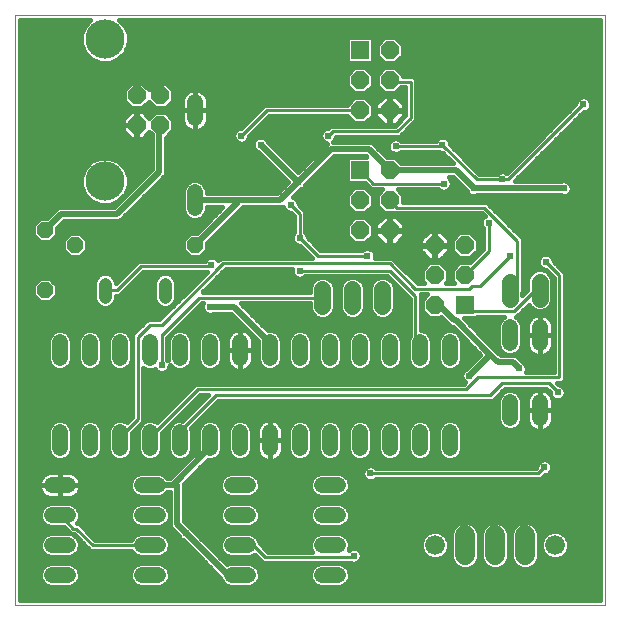
<source format=gbl>
G75*
G70*
%OFA0B0*%
%FSLAX24Y24*%
%IPPOS*%
%LPD*%
%AMOC8*
5,1,8,0,0,1.08239X$1,22.5*
%
%ADD10C,0.0000*%
%ADD11OC8,0.0574*%
%ADD12C,0.1306*%
%ADD13OC8,0.0520*%
%ADD14C,0.0520*%
%ADD15C,0.0440*%
%ADD16R,0.0600X0.0600*%
%ADD17OC8,0.0600*%
%ADD18C,0.0560*%
%ADD19C,0.0650*%
%ADD20C,0.0660*%
%ADD21C,0.0160*%
%ADD22C,0.0277*%
%ADD23C,0.0200*%
%ADD24C,0.0240*%
%ADD25C,0.0100*%
D10*
X001180Y001180D02*
X001180Y020865D01*
X020865Y020865D01*
X020865Y001180D01*
X001180Y001180D01*
D11*
X005247Y017188D03*
X006034Y017188D03*
X006034Y018172D03*
X005247Y018172D03*
D12*
X004180Y020050D03*
X004180Y015310D03*
D13*
X002180Y013680D03*
X003180Y013180D03*
X002180Y011680D03*
X007180Y013180D03*
D14*
X007180Y014420D02*
X007180Y014940D01*
X007180Y017420D02*
X007180Y017940D01*
X006680Y009940D02*
X006680Y009420D01*
X007680Y009420D02*
X007680Y009940D01*
X008680Y009940D02*
X008680Y009420D01*
X009680Y009420D02*
X009680Y009940D01*
X010680Y009940D02*
X010680Y009420D01*
X011680Y009420D02*
X011680Y009940D01*
X012680Y009940D02*
X012680Y009420D01*
X013680Y009420D02*
X013680Y009940D01*
X014680Y009940D02*
X014680Y009420D01*
X015680Y009420D02*
X015680Y009940D01*
X017680Y009920D02*
X017680Y010440D01*
X018680Y010440D02*
X018680Y009920D01*
X018680Y007940D02*
X018680Y007420D01*
X017680Y007420D02*
X017680Y007940D01*
X015680Y006940D02*
X015680Y006420D01*
X014680Y006420D02*
X014680Y006940D01*
X013680Y006940D02*
X013680Y006420D01*
X012680Y006420D02*
X012680Y006940D01*
X011680Y006940D02*
X011680Y006420D01*
X010680Y006420D02*
X010680Y006940D01*
X009680Y006940D02*
X009680Y006420D01*
X008680Y006420D02*
X008680Y006940D01*
X007680Y006940D02*
X007680Y006420D01*
X006680Y006420D02*
X006680Y006940D01*
X005680Y006940D02*
X005680Y006420D01*
X004680Y006420D02*
X004680Y006940D01*
X003680Y006940D02*
X003680Y006420D01*
X002680Y006420D02*
X002680Y006940D01*
X002420Y005180D02*
X002940Y005180D01*
X002940Y004180D02*
X002420Y004180D01*
X002420Y003180D02*
X002940Y003180D01*
X002940Y002180D02*
X002420Y002180D01*
X005420Y002180D02*
X005940Y002180D01*
X005940Y003180D02*
X005420Y003180D01*
X005420Y004180D02*
X005940Y004180D01*
X005940Y005180D02*
X005420Y005180D01*
X008420Y005180D02*
X008940Y005180D01*
X008940Y004180D02*
X008420Y004180D01*
X008420Y003180D02*
X008940Y003180D01*
X008940Y002180D02*
X008420Y002180D01*
X011420Y002180D02*
X011940Y002180D01*
X011940Y003180D02*
X011420Y003180D01*
X011420Y004180D02*
X011940Y004180D01*
X011940Y005180D02*
X011420Y005180D01*
X005680Y009420D02*
X005680Y009940D01*
X004680Y009940D02*
X004680Y009420D01*
X003680Y009420D02*
X003680Y009940D01*
X002680Y009940D02*
X002680Y009420D01*
D15*
X004180Y011460D02*
X004180Y011900D01*
X006180Y011900D02*
X006180Y011460D01*
D16*
X012680Y015680D03*
X012680Y019680D03*
X016180Y011180D03*
D17*
X016180Y012180D03*
X016180Y013180D03*
X015180Y013180D03*
X015180Y012180D03*
X015180Y011180D03*
X013680Y013680D03*
X013680Y014680D03*
X012680Y014680D03*
X012680Y013680D03*
X013680Y015680D03*
X013680Y017680D03*
X013680Y018680D03*
X012680Y018680D03*
X012680Y017680D03*
X013680Y019680D03*
D18*
X017680Y011960D02*
X017680Y011400D01*
X018680Y011400D02*
X018680Y011960D01*
X013430Y011710D02*
X013430Y011150D01*
X012430Y011150D02*
X012430Y011710D01*
X011430Y011710D02*
X011430Y011150D01*
D19*
X016180Y003505D02*
X016180Y002855D01*
X017180Y002855D02*
X017180Y003505D01*
X018180Y003505D02*
X018180Y002855D01*
D20*
X019180Y003180D03*
X015180Y003180D03*
D21*
X015467Y003558D02*
X015715Y003558D01*
X015715Y003597D02*
X015786Y003768D01*
X015917Y003899D01*
X016088Y003970D01*
X016272Y003970D01*
X016443Y003899D01*
X016574Y003768D01*
X016645Y003597D01*
X016645Y002763D01*
X016574Y002592D01*
X016443Y002461D01*
X016272Y002390D01*
X016088Y002390D01*
X015917Y002461D01*
X015786Y002592D01*
X015715Y002763D01*
X015715Y003597D01*
X015764Y003716D02*
X007105Y003716D01*
X007100Y003727D02*
X007027Y003800D01*
X006979Y003820D01*
X006820Y003979D01*
X006820Y005228D01*
X006819Y005230D01*
X007609Y006020D01*
X007760Y006020D01*
X007907Y006081D01*
X008019Y006193D01*
X008080Y006340D01*
X008080Y007020D01*
X008019Y007167D01*
X007907Y007279D01*
X007760Y007340D01*
X007600Y007340D01*
X007453Y007279D01*
X007341Y007167D01*
X007280Y007020D01*
X007280Y006369D01*
X006344Y005433D01*
X006331Y005420D01*
X006266Y005420D01*
X006167Y005519D01*
X006020Y005580D01*
X005340Y005580D01*
X005193Y005519D01*
X005081Y005407D01*
X005020Y005260D01*
X005020Y005100D01*
X005081Y004953D01*
X005193Y004841D01*
X005340Y004780D01*
X006020Y004780D01*
X006167Y004841D01*
X006266Y004940D01*
X006340Y004940D01*
X006340Y003832D01*
X006377Y003744D01*
X006444Y003677D01*
X006640Y003481D01*
X006660Y003433D01*
X006733Y003360D01*
X006781Y003340D01*
X008020Y002101D01*
X008020Y002100D01*
X008081Y001953D01*
X008193Y001841D01*
X008340Y001780D01*
X009020Y001780D01*
X009167Y001841D01*
X009279Y001953D01*
X009340Y002100D01*
X009340Y002260D01*
X009279Y002407D01*
X009167Y002519D01*
X009020Y002580D01*
X008340Y002580D01*
X008255Y002545D01*
X007120Y003679D01*
X007100Y003727D01*
X007242Y003558D02*
X008286Y003558D01*
X008340Y003580D02*
X008193Y003519D01*
X008081Y003407D01*
X008020Y003260D01*
X008020Y003100D01*
X008081Y002953D01*
X008193Y002841D01*
X008340Y002780D01*
X009020Y002780D01*
X009167Y002841D01*
X009183Y002858D01*
X009451Y002590D01*
X012380Y002590D01*
X012428Y002570D01*
X012532Y002570D01*
X012627Y002610D01*
X012700Y002683D01*
X012740Y002778D01*
X012740Y002882D01*
X012700Y002977D01*
X012627Y003050D01*
X012532Y003090D01*
X012428Y003090D01*
X012333Y003050D01*
X012310Y003027D01*
X012340Y003100D01*
X012340Y003260D01*
X012279Y003407D01*
X012167Y003519D01*
X012020Y003580D01*
X011340Y003580D01*
X011193Y003519D01*
X011081Y003407D01*
X011020Y003260D01*
X011020Y003100D01*
X011074Y002970D01*
X009609Y002970D01*
X009340Y003239D01*
X009340Y003260D01*
X009279Y003407D01*
X009167Y003519D01*
X009020Y003580D01*
X008340Y003580D01*
X008340Y003780D02*
X008193Y003841D01*
X008081Y003953D01*
X008020Y004100D01*
X008020Y004260D01*
X008081Y004407D01*
X008193Y004519D01*
X008340Y004580D01*
X009020Y004580D01*
X009167Y004519D01*
X009279Y004407D01*
X009340Y004260D01*
X009340Y004100D01*
X009279Y003953D01*
X009167Y003841D01*
X009020Y003780D01*
X008340Y003780D01*
X008160Y003875D02*
X006925Y003875D01*
X006820Y004033D02*
X008048Y004033D01*
X008020Y004192D02*
X006820Y004192D01*
X006820Y004350D02*
X008057Y004350D01*
X008183Y004509D02*
X006820Y004509D01*
X006820Y004667D02*
X020685Y004667D01*
X020685Y004509D02*
X012177Y004509D01*
X012167Y004519D02*
X012020Y004580D01*
X011340Y004580D01*
X011193Y004519D01*
X011081Y004407D01*
X011020Y004260D01*
X011020Y004100D01*
X011081Y003953D01*
X011193Y003841D01*
X011340Y003780D01*
X012020Y003780D01*
X012167Y003841D01*
X012279Y003953D01*
X012340Y004100D01*
X012340Y004260D01*
X012279Y004407D01*
X012167Y004519D01*
X012303Y004350D02*
X020685Y004350D01*
X020685Y004192D02*
X012340Y004192D01*
X012312Y004033D02*
X020685Y004033D01*
X020685Y003875D02*
X018468Y003875D01*
X018443Y003899D02*
X018272Y003970D01*
X018088Y003970D01*
X017917Y003899D01*
X017786Y003768D01*
X017715Y003597D01*
X017715Y002763D01*
X017786Y002592D01*
X017917Y002461D01*
X018088Y002390D01*
X018272Y002390D01*
X018443Y002461D01*
X018574Y002592D01*
X018645Y002763D01*
X018645Y003597D01*
X018574Y003768D01*
X018443Y003899D01*
X018596Y003716D02*
X020685Y003716D01*
X020685Y003558D02*
X019467Y003558D01*
X019446Y003578D02*
X019578Y003446D01*
X019650Y003273D01*
X019650Y003087D01*
X019578Y002914D01*
X019446Y002782D01*
X019273Y002710D01*
X019087Y002710D01*
X018914Y002782D01*
X018782Y002914D01*
X018710Y003087D01*
X018710Y003273D01*
X018782Y003446D01*
X018914Y003578D01*
X019087Y003650D01*
X019273Y003650D01*
X019446Y003578D01*
X019598Y003399D02*
X020685Y003399D01*
X020685Y003241D02*
X019650Y003241D01*
X019648Y003082D02*
X020685Y003082D01*
X020685Y002924D02*
X019582Y002924D01*
X019406Y002765D02*
X020685Y002765D01*
X020685Y002607D02*
X018580Y002607D01*
X018645Y002765D02*
X018954Y002765D01*
X018778Y002924D02*
X018645Y002924D01*
X018645Y003082D02*
X018712Y003082D01*
X018710Y003241D02*
X018645Y003241D01*
X018645Y003399D02*
X018762Y003399D01*
X018645Y003558D02*
X018893Y003558D01*
X017892Y003875D02*
X017468Y003875D01*
X017443Y003899D02*
X017272Y003970D01*
X017088Y003970D01*
X016917Y003899D01*
X016786Y003768D01*
X016715Y003597D01*
X016715Y002763D01*
X016786Y002592D01*
X016917Y002461D01*
X017088Y002390D01*
X017272Y002390D01*
X017443Y002461D01*
X017574Y002592D01*
X017645Y002763D01*
X017645Y003597D01*
X017574Y003768D01*
X017443Y003899D01*
X017596Y003716D02*
X017764Y003716D01*
X017715Y003558D02*
X017645Y003558D01*
X017645Y003399D02*
X017715Y003399D01*
X017715Y003241D02*
X017645Y003241D01*
X017645Y003082D02*
X017715Y003082D01*
X017715Y002924D02*
X017645Y002924D01*
X017645Y002765D02*
X017715Y002765D01*
X017780Y002607D02*
X017580Y002607D01*
X017412Y002448D02*
X017948Y002448D01*
X018412Y002448D02*
X020685Y002448D01*
X020685Y002290D02*
X012328Y002290D01*
X012340Y002260D02*
X012279Y002407D01*
X012167Y002519D01*
X012020Y002580D01*
X011340Y002580D01*
X011193Y002519D01*
X011081Y002407D01*
X011020Y002260D01*
X011020Y002100D01*
X011081Y001953D01*
X011193Y001841D01*
X011340Y001780D01*
X012020Y001780D01*
X012167Y001841D01*
X012279Y001953D01*
X012340Y002100D01*
X012340Y002260D01*
X012340Y002131D02*
X020685Y002131D01*
X020685Y001973D02*
X012287Y001973D01*
X012102Y001814D02*
X020685Y001814D01*
X020685Y001656D02*
X001360Y001656D01*
X001360Y001814D02*
X002258Y001814D01*
X002193Y001841D02*
X002340Y001780D01*
X003020Y001780D01*
X003167Y001841D01*
X003279Y001953D01*
X003340Y002100D01*
X003340Y002260D01*
X003279Y002407D01*
X003167Y002519D01*
X003020Y002580D01*
X002340Y002580D01*
X002193Y002519D01*
X002081Y002407D01*
X002020Y002260D01*
X002020Y002100D01*
X002081Y001953D01*
X002193Y001841D01*
X002073Y001973D02*
X001360Y001973D01*
X001360Y002131D02*
X002020Y002131D01*
X002032Y002290D02*
X001360Y002290D01*
X001360Y002448D02*
X002122Y002448D01*
X002340Y002780D02*
X002193Y002841D01*
X002081Y002953D01*
X002020Y003100D01*
X002020Y003260D01*
X002081Y003407D01*
X002193Y003519D01*
X002340Y003580D01*
X003011Y003580D01*
X002940Y003651D01*
X002811Y003780D01*
X002340Y003780D01*
X002193Y003841D01*
X002081Y003953D01*
X002020Y004100D01*
X002020Y004260D01*
X002081Y004407D01*
X002193Y004519D01*
X002340Y004580D01*
X003020Y004580D01*
X003167Y004519D01*
X003279Y004407D01*
X003340Y004260D01*
X003340Y004100D01*
X003279Y003953D01*
X003246Y003920D01*
X003309Y003920D01*
X003859Y003370D01*
X005066Y003370D01*
X005081Y003407D01*
X005193Y003519D01*
X005340Y003580D01*
X006020Y003580D01*
X006167Y003519D01*
X006279Y003407D01*
X006340Y003260D01*
X006340Y003100D01*
X006279Y002953D01*
X006167Y002841D01*
X006020Y002780D01*
X005340Y002780D01*
X005193Y002841D01*
X005081Y002953D01*
X005066Y002990D01*
X003701Y002990D01*
X003590Y003101D01*
X003151Y003540D01*
X003116Y003540D01*
X003167Y003519D01*
X003279Y003407D01*
X003340Y003260D01*
X003340Y003100D01*
X003279Y002953D01*
X003167Y002841D01*
X003020Y002780D01*
X002340Y002780D01*
X002111Y002924D02*
X001360Y002924D01*
X001360Y003082D02*
X002028Y003082D01*
X002020Y003241D02*
X001360Y003241D01*
X001360Y003399D02*
X002078Y003399D01*
X002286Y003558D02*
X001360Y003558D01*
X001360Y003716D02*
X002875Y003716D01*
X003354Y003875D02*
X005160Y003875D01*
X005193Y003841D02*
X005340Y003780D01*
X006020Y003780D01*
X006167Y003841D01*
X006279Y003953D01*
X006340Y004100D01*
X006340Y004260D01*
X006279Y004407D01*
X006167Y004519D01*
X006020Y004580D01*
X005340Y004580D01*
X005193Y004519D01*
X005081Y004407D01*
X005020Y004260D01*
X005020Y004100D01*
X005081Y003953D01*
X005193Y003841D01*
X005048Y004033D02*
X003312Y004033D01*
X003340Y004192D02*
X005020Y004192D01*
X005057Y004350D02*
X003303Y004350D01*
X003177Y004509D02*
X005183Y004509D01*
X005231Y004826D02*
X003201Y004826D01*
X003227Y004844D02*
X003276Y004893D01*
X003316Y004949D01*
X003348Y005011D01*
X003369Y005077D01*
X003380Y005145D01*
X003380Y005180D01*
X003380Y005215D01*
X003369Y005283D01*
X003348Y005349D01*
X003316Y005411D01*
X003276Y005467D01*
X003227Y005516D01*
X003171Y005556D01*
X003109Y005588D01*
X003043Y005609D01*
X002975Y005620D01*
X002680Y005620D01*
X002680Y005180D01*
X002680Y005180D01*
X003380Y005180D01*
X002680Y005180D01*
X002680Y005180D01*
X002680Y004740D01*
X002975Y004740D01*
X003043Y004751D01*
X003109Y004772D01*
X003171Y004804D01*
X003227Y004844D01*
X003334Y004984D02*
X005068Y004984D01*
X005020Y005143D02*
X003380Y005143D01*
X003363Y005301D02*
X005037Y005301D01*
X005134Y005460D02*
X003281Y005460D01*
X002987Y005618D02*
X006529Y005618D01*
X006687Y005777D02*
X001360Y005777D01*
X001360Y005935D02*
X006846Y005935D01*
X006760Y006020D02*
X006907Y006081D01*
X007019Y006193D01*
X007080Y006340D01*
X007080Y007020D01*
X007053Y007084D01*
X007959Y007990D01*
X017109Y007990D01*
X017509Y008390D01*
X018901Y008390D01*
X019020Y008271D01*
X019020Y008228D01*
X019027Y008210D01*
X019016Y008227D01*
X018967Y008276D01*
X018911Y008316D01*
X018849Y008348D01*
X018783Y008369D01*
X018715Y008380D01*
X018680Y008380D01*
X018680Y007680D01*
X019120Y007680D01*
X019120Y007975D01*
X019109Y008043D01*
X019090Y008102D01*
X019133Y008060D01*
X019228Y008020D01*
X019332Y008020D01*
X019427Y008060D01*
X019500Y008133D01*
X019540Y008228D01*
X019540Y008332D01*
X019500Y008427D01*
X019427Y008500D01*
X019332Y008540D01*
X019289Y008540D01*
X019239Y008590D01*
X019409Y008590D01*
X019520Y008701D01*
X019520Y012259D01*
X019409Y012370D01*
X019409Y012370D01*
X019140Y012639D01*
X019140Y012682D01*
X019100Y012777D01*
X019027Y012850D01*
X018932Y012890D01*
X018828Y012890D01*
X018733Y012850D01*
X018660Y012777D01*
X018620Y012682D01*
X018620Y012578D01*
X018660Y012483D01*
X018733Y012410D01*
X018828Y012370D01*
X018871Y012370D01*
X019140Y012101D01*
X019140Y008970D01*
X018216Y008970D01*
X018240Y009028D01*
X018240Y009132D01*
X018200Y009227D01*
X018127Y009300D01*
X018079Y009320D01*
X017983Y009416D01*
X017916Y009483D01*
X017828Y009520D01*
X017379Y009520D01*
X017233Y009666D01*
X017166Y009733D01*
X016159Y010740D01*
X016538Y010740D01*
X016588Y010790D01*
X017480Y010790D01*
X017453Y010779D01*
X017341Y010667D01*
X017280Y010520D01*
X017280Y009840D01*
X017341Y009693D01*
X017453Y009581D01*
X017600Y009520D01*
X017760Y009520D01*
X017907Y009581D01*
X018019Y009693D01*
X018080Y009840D01*
X018080Y010520D01*
X018019Y010667D01*
X017907Y010779D01*
X017880Y010790D01*
X017909Y010790D01*
X018311Y011193D01*
X018324Y011162D01*
X018442Y011044D01*
X018596Y010980D01*
X018764Y010980D01*
X018918Y011044D01*
X019036Y011162D01*
X019100Y011316D01*
X019100Y012044D01*
X019036Y012198D01*
X018918Y012316D01*
X018764Y012380D01*
X018596Y012380D01*
X018442Y012316D01*
X018324Y012198D01*
X018260Y012044D01*
X018260Y011679D01*
X018100Y011519D01*
X018100Y011581D01*
X018120Y011601D01*
X018120Y013409D01*
X018009Y013520D01*
X016909Y014620D01*
X014120Y014620D01*
X014120Y014862D01*
X013942Y015040D01*
X015302Y015040D01*
X015333Y015010D01*
X015428Y014970D01*
X015532Y014970D01*
X015627Y015010D01*
X015700Y015083D01*
X015740Y015178D01*
X015740Y015282D01*
X015700Y015377D01*
X015638Y015440D01*
X015781Y015440D01*
X016240Y014981D01*
X016260Y014933D01*
X016333Y014860D01*
X016428Y014820D01*
X016532Y014820D01*
X016580Y014840D01*
X019380Y014840D01*
X019428Y014820D01*
X019532Y014820D01*
X019627Y014860D01*
X019700Y014933D01*
X019740Y015028D01*
X019740Y015132D01*
X019700Y015227D01*
X019627Y015300D01*
X019532Y015340D01*
X019428Y015340D01*
X019380Y015320D01*
X017839Y015320D01*
X020139Y017620D01*
X020182Y017620D01*
X020277Y017660D01*
X020350Y017733D01*
X020390Y017828D01*
X020390Y017932D01*
X020350Y018027D01*
X020277Y018100D01*
X020182Y018140D01*
X020078Y018140D01*
X019983Y018100D01*
X019910Y018027D01*
X019870Y017932D01*
X019870Y017889D01*
X017579Y015598D01*
X017577Y015600D01*
X017482Y015640D01*
X017378Y015640D01*
X017283Y015600D01*
X017252Y015570D01*
X016659Y015570D01*
X015690Y016539D01*
X015690Y016582D01*
X015650Y016677D01*
X015577Y016750D01*
X015482Y016790D01*
X015378Y016790D01*
X015283Y016750D01*
X015210Y016677D01*
X015207Y016670D01*
X014058Y016670D01*
X014027Y016700D01*
X013932Y016740D01*
X013828Y016740D01*
X013733Y016700D01*
X013660Y016627D01*
X013620Y016532D01*
X013620Y016428D01*
X013660Y016333D01*
X013733Y016260D01*
X013828Y016220D01*
X013932Y016220D01*
X014027Y016260D01*
X014058Y016290D01*
X015330Y016290D01*
X015378Y016270D01*
X015421Y016270D01*
X015771Y015920D01*
X014062Y015920D01*
X013862Y016120D01*
X013579Y016120D01*
X013183Y016516D01*
X013116Y016583D01*
X013028Y016620D01*
X011788Y016620D01*
X011850Y016683D01*
X011890Y016778D01*
X011890Y016790D01*
X014009Y016790D01*
X014459Y017240D01*
X014570Y017351D01*
X014570Y018709D01*
X014459Y018820D01*
X014120Y018820D01*
X014120Y018862D01*
X013862Y019120D01*
X013498Y019120D01*
X013240Y018862D01*
X013240Y018498D01*
X013498Y018240D01*
X013862Y018240D01*
X014062Y018440D01*
X014190Y018440D01*
X014190Y017509D01*
X013851Y017170D01*
X011701Y017170D01*
X011621Y017090D01*
X011578Y017090D01*
X011483Y017050D01*
X011410Y016977D01*
X011370Y016882D01*
X011370Y016778D01*
X011410Y016683D01*
X011483Y016610D01*
X011578Y016570D01*
X011581Y016570D01*
X010630Y015619D01*
X009620Y016629D01*
X009600Y016677D01*
X009527Y016750D01*
X009432Y016790D01*
X009328Y016790D01*
X009233Y016750D01*
X009160Y016677D01*
X009120Y016582D01*
X009120Y016478D01*
X009160Y016383D01*
X009233Y016310D01*
X009281Y016290D01*
X010291Y015280D01*
X009931Y014920D01*
X007580Y014920D01*
X007580Y015020D01*
X007519Y015167D01*
X007407Y015279D01*
X007260Y015340D01*
X007100Y015340D01*
X006953Y015279D01*
X006841Y015167D01*
X006780Y015020D01*
X006780Y014340D01*
X006841Y014193D01*
X006953Y014081D01*
X007100Y014020D01*
X007260Y014020D01*
X007407Y014081D01*
X007519Y014193D01*
X007580Y014340D01*
X007580Y014440D01*
X008101Y014440D01*
X007241Y013580D01*
X007014Y013580D01*
X006780Y013346D01*
X006780Y013014D01*
X007014Y012780D01*
X007346Y012780D01*
X007580Y013014D01*
X007580Y013241D01*
X008766Y014427D01*
X008779Y014440D01*
X010078Y014440D01*
X010127Y014461D01*
X010160Y014383D01*
X010233Y014310D01*
X010328Y014270D01*
X010371Y014270D01*
X010490Y014151D01*
X010490Y013608D01*
X010460Y013577D01*
X010420Y013482D01*
X010420Y013378D01*
X010460Y013283D01*
X010533Y013210D01*
X010628Y013170D01*
X010671Y013170D01*
X011071Y012770D01*
X008051Y012770D01*
X007953Y012672D01*
X007950Y012677D01*
X007877Y012750D01*
X007782Y012790D01*
X007678Y012790D01*
X007583Y012750D01*
X007510Y012677D01*
X007507Y012670D01*
X005301Y012670D01*
X004540Y011909D01*
X004540Y011972D01*
X004485Y012104D01*
X004384Y012205D01*
X004252Y012260D01*
X004108Y012260D01*
X003976Y012205D01*
X003875Y012104D01*
X003820Y011972D01*
X003820Y011388D01*
X003875Y011256D01*
X003976Y011155D01*
X004108Y011100D01*
X004252Y011100D01*
X004384Y011155D01*
X004485Y011256D01*
X004540Y011388D01*
X004540Y011490D01*
X004659Y011490D01*
X004770Y011601D01*
X005459Y012290D01*
X007571Y012290D01*
X006001Y010720D01*
X005601Y010720D01*
X005201Y010320D01*
X005090Y010209D01*
X005090Y007459D01*
X004908Y007277D01*
X004907Y007279D01*
X004760Y007340D01*
X004600Y007340D01*
X004453Y007279D01*
X004341Y007167D01*
X004280Y007020D01*
X004280Y006340D01*
X004341Y006193D01*
X004453Y006081D01*
X004600Y006020D01*
X004760Y006020D01*
X004907Y006081D01*
X005019Y006193D01*
X005080Y006340D01*
X005080Y006911D01*
X005470Y007301D01*
X005470Y009074D01*
X005600Y009020D01*
X005760Y009020D01*
X005849Y009057D01*
X005860Y009033D01*
X005933Y008960D01*
X006028Y008920D01*
X006132Y008920D01*
X006227Y008960D01*
X006300Y009033D01*
X006340Y009128D01*
X006340Y009196D01*
X006341Y009193D01*
X006453Y009081D01*
X006600Y009020D01*
X006760Y009020D01*
X006907Y009081D01*
X007019Y009193D01*
X007080Y009340D01*
X007080Y010020D01*
X007019Y010167D01*
X006907Y010279D01*
X006760Y010340D01*
X006600Y010340D01*
X006453Y010279D01*
X006341Y010167D01*
X006280Y010020D01*
X006280Y009348D01*
X006270Y009358D01*
X006270Y010101D01*
X007409Y011240D01*
X007444Y011240D01*
X007420Y011182D01*
X007420Y011078D01*
X007460Y010983D01*
X007533Y010910D01*
X007628Y010870D01*
X007732Y010870D01*
X007780Y010890D01*
X008381Y010890D01*
X009280Y009991D01*
X009280Y009340D01*
X009341Y009193D01*
X009453Y009081D01*
X009600Y009020D01*
X009760Y009020D01*
X009907Y009081D01*
X010019Y009193D01*
X010080Y009340D01*
X010080Y010020D01*
X010019Y010167D01*
X009907Y010279D01*
X009760Y010340D01*
X009609Y010340D01*
X008709Y011240D01*
X011010Y011240D01*
X011010Y011066D01*
X011074Y010912D01*
X011192Y010794D01*
X011346Y010730D01*
X011514Y010730D01*
X011668Y010794D01*
X011786Y010912D01*
X011850Y011066D01*
X011850Y011794D01*
X011786Y011948D01*
X011668Y012066D01*
X011514Y012130D01*
X011346Y012130D01*
X011192Y012066D01*
X011074Y011948D01*
X011010Y011794D01*
X011010Y011620D01*
X007439Y011620D01*
X008209Y012390D01*
X010423Y012390D01*
X010420Y012382D01*
X010420Y012278D01*
X010460Y012183D01*
X010533Y012110D01*
X010628Y012070D01*
X010732Y012070D01*
X010827Y012110D01*
X010858Y012140D01*
X013601Y012140D01*
X014340Y011401D01*
X014340Y010164D01*
X014280Y010020D01*
X014280Y009340D01*
X014341Y009193D01*
X014453Y009081D01*
X014600Y009020D01*
X014760Y009020D01*
X014907Y009081D01*
X015019Y009193D01*
X015080Y009340D01*
X015080Y010020D01*
X015019Y010167D01*
X014907Y010279D01*
X014760Y010340D01*
X014720Y010340D01*
X014720Y011540D01*
X014918Y011540D01*
X014740Y011362D01*
X014740Y010998D01*
X014998Y010740D01*
X015362Y010740D01*
X015396Y010774D01*
X015694Y010477D01*
X015779Y010441D01*
X016691Y009530D01*
X016231Y009070D01*
X016183Y009050D01*
X016110Y008977D01*
X016070Y008882D01*
X016070Y008778D01*
X016110Y008683D01*
X016183Y008610D01*
X016188Y008607D01*
X016151Y008570D01*
X007201Y008570D01*
X005908Y007277D01*
X005907Y007279D01*
X005760Y007340D01*
X005600Y007340D01*
X005453Y007279D01*
X005341Y007167D01*
X005280Y007020D01*
X005280Y006340D01*
X005341Y006193D01*
X005453Y006081D01*
X005600Y006020D01*
X005760Y006020D01*
X005907Y006081D01*
X006019Y006193D01*
X006080Y006340D01*
X006080Y006911D01*
X007359Y008190D01*
X007621Y008190D01*
X006768Y007337D01*
X006760Y007340D01*
X006600Y007340D01*
X006453Y007279D01*
X006341Y007167D01*
X006280Y007020D01*
X006280Y006340D01*
X006341Y006193D01*
X006453Y006081D01*
X006600Y006020D01*
X006760Y006020D01*
X006919Y006094D02*
X007004Y006094D01*
X007043Y006252D02*
X007163Y006252D01*
X007080Y006411D02*
X007280Y006411D01*
X007280Y006569D02*
X007080Y006569D01*
X007080Y006728D02*
X007280Y006728D01*
X007280Y006886D02*
X007080Y006886D01*
X007070Y007045D02*
X007290Y007045D01*
X007377Y007203D02*
X007172Y007203D01*
X007330Y007362D02*
X009553Y007362D01*
X009577Y007369D02*
X009511Y007348D01*
X009449Y007316D01*
X009393Y007276D01*
X009344Y007227D01*
X009304Y007171D01*
X009272Y007109D01*
X009251Y007043D01*
X009240Y006975D01*
X009240Y006680D01*
X009680Y006680D01*
X009680Y006680D01*
X009680Y007380D01*
X009715Y007380D01*
X009783Y007369D01*
X009849Y007348D01*
X009911Y007316D01*
X009967Y007276D01*
X010016Y007227D01*
X010056Y007171D01*
X010088Y007109D01*
X010109Y007043D01*
X010120Y006975D01*
X010120Y006680D01*
X009680Y006680D01*
X009680Y006680D01*
X009680Y006680D01*
X009680Y007380D01*
X009645Y007380D01*
X009577Y007369D01*
X009680Y007362D02*
X009680Y007362D01*
X009807Y007362D02*
X017280Y007362D01*
X017280Y007340D02*
X017341Y007193D01*
X017453Y007081D01*
X017600Y007020D01*
X017760Y007020D01*
X017907Y007081D01*
X018019Y007193D01*
X018080Y007340D01*
X018080Y008020D01*
X018019Y008167D01*
X017907Y008279D01*
X017760Y008340D01*
X017600Y008340D01*
X017453Y008279D01*
X017341Y008167D01*
X017280Y008020D01*
X017280Y007340D01*
X017337Y007203D02*
X015983Y007203D01*
X016019Y007167D02*
X015907Y007279D01*
X015760Y007340D01*
X015600Y007340D01*
X015453Y007279D01*
X015341Y007167D01*
X015280Y007020D01*
X015280Y006340D01*
X015341Y006193D01*
X015453Y006081D01*
X015600Y006020D01*
X015760Y006020D01*
X015907Y006081D01*
X016019Y006193D01*
X016080Y006340D01*
X016080Y007020D01*
X016019Y007167D01*
X016070Y007045D02*
X017541Y007045D01*
X017819Y007045D02*
X018448Y007045D01*
X018449Y007044D02*
X018511Y007012D01*
X018577Y006991D01*
X018645Y006980D01*
X018680Y006980D01*
X018715Y006980D01*
X018783Y006991D01*
X018849Y007012D01*
X018911Y007044D01*
X018967Y007084D01*
X019016Y007133D01*
X019056Y007189D01*
X019088Y007251D01*
X019109Y007317D01*
X019120Y007385D01*
X019120Y007680D01*
X018680Y007680D01*
X018680Y007680D01*
X018680Y007680D01*
X018680Y006980D01*
X018680Y007680D01*
X018680Y007680D01*
X018680Y007680D01*
X018240Y007680D01*
X018240Y007975D01*
X018251Y008043D01*
X018272Y008109D01*
X018304Y008171D01*
X018344Y008227D01*
X018393Y008276D01*
X018449Y008316D01*
X018511Y008348D01*
X018577Y008369D01*
X018645Y008380D01*
X018680Y008380D01*
X018680Y007680D01*
X018240Y007680D01*
X018240Y007385D01*
X018251Y007317D01*
X018272Y007251D01*
X018304Y007189D01*
X018344Y007133D01*
X018393Y007084D01*
X018449Y007044D01*
X018297Y007203D02*
X018023Y007203D01*
X018080Y007362D02*
X018244Y007362D01*
X018240Y007520D02*
X018080Y007520D01*
X018080Y007679D02*
X018240Y007679D01*
X018240Y007837D02*
X018080Y007837D01*
X018080Y007996D02*
X018243Y007996D01*
X018295Y008154D02*
X018024Y008154D01*
X017826Y008313D02*
X018444Y008313D01*
X018680Y008313D02*
X018680Y008313D01*
X018680Y008154D02*
X018680Y008154D01*
X018680Y007996D02*
X018680Y007996D01*
X018680Y007837D02*
X018680Y007837D01*
X018680Y007679D02*
X018680Y007679D01*
X018680Y007520D02*
X018680Y007520D01*
X018680Y007362D02*
X018680Y007362D01*
X018680Y007203D02*
X018680Y007203D01*
X018680Y007045D02*
X018680Y007045D01*
X018912Y007045D02*
X020685Y007045D01*
X020685Y007203D02*
X019063Y007203D01*
X019116Y007362D02*
X020685Y007362D01*
X020685Y007520D02*
X019120Y007520D01*
X019120Y007679D02*
X020685Y007679D01*
X020685Y007837D02*
X019120Y007837D01*
X019117Y007996D02*
X020685Y007996D01*
X020685Y008154D02*
X019509Y008154D01*
X019540Y008313D02*
X020685Y008313D01*
X020685Y008471D02*
X019457Y008471D01*
X019448Y008630D02*
X020685Y008630D01*
X020685Y008788D02*
X019520Y008788D01*
X019520Y008947D02*
X020685Y008947D01*
X020685Y009105D02*
X019520Y009105D01*
X019520Y009264D02*
X020685Y009264D01*
X020685Y009422D02*
X019520Y009422D01*
X019520Y009581D02*
X020685Y009581D01*
X020685Y009739D02*
X019520Y009739D01*
X019520Y009898D02*
X020685Y009898D01*
X020685Y010056D02*
X019520Y010056D01*
X019520Y010215D02*
X020685Y010215D01*
X020685Y010373D02*
X019520Y010373D01*
X019520Y010532D02*
X020685Y010532D01*
X020685Y010690D02*
X019520Y010690D01*
X019520Y010849D02*
X020685Y010849D01*
X020685Y011007D02*
X019520Y011007D01*
X019520Y011166D02*
X020685Y011166D01*
X020685Y011324D02*
X019520Y011324D01*
X019520Y011483D02*
X020685Y011483D01*
X020685Y011641D02*
X019520Y011641D01*
X019520Y011800D02*
X020685Y011800D01*
X020685Y011958D02*
X019520Y011958D01*
X019520Y012117D02*
X020685Y012117D01*
X020685Y012275D02*
X019504Y012275D01*
X019345Y012434D02*
X020685Y012434D01*
X020685Y012592D02*
X019187Y012592D01*
X019112Y012751D02*
X020685Y012751D01*
X020685Y012909D02*
X018120Y012909D01*
X018120Y012751D02*
X018648Y012751D01*
X018620Y012592D02*
X018120Y012592D01*
X018120Y012434D02*
X018709Y012434D01*
X018959Y012275D02*
X018966Y012275D01*
X019070Y012117D02*
X019125Y012117D01*
X019140Y011958D02*
X019100Y011958D01*
X019100Y011800D02*
X019140Y011800D01*
X019140Y011641D02*
X019100Y011641D01*
X019100Y011483D02*
X019140Y011483D01*
X019140Y011324D02*
X019100Y011324D01*
X019140Y011166D02*
X019037Y011166D01*
X019140Y011007D02*
X018829Y011007D01*
X018783Y010869D02*
X018715Y010880D01*
X018680Y010880D01*
X018680Y010180D01*
X019120Y010180D01*
X019120Y010475D01*
X019109Y010543D01*
X019088Y010609D01*
X019056Y010671D01*
X019016Y010727D01*
X018967Y010776D01*
X018911Y010816D01*
X018849Y010848D01*
X018783Y010869D01*
X018847Y010849D02*
X019140Y010849D01*
X019140Y010690D02*
X019042Y010690D01*
X019111Y010532D02*
X019140Y010532D01*
X019140Y010373D02*
X019120Y010373D01*
X019120Y010215D02*
X019140Y010215D01*
X019120Y010180D02*
X018680Y010180D01*
X018680Y010180D01*
X018680Y010180D01*
X018680Y009480D01*
X018715Y009480D01*
X018783Y009491D01*
X018849Y009512D01*
X018911Y009544D01*
X018967Y009584D01*
X019016Y009633D01*
X019056Y009689D01*
X019088Y009751D01*
X019109Y009817D01*
X019120Y009885D01*
X019120Y010180D01*
X019120Y010056D02*
X019140Y010056D01*
X019140Y009898D02*
X019120Y009898D01*
X019140Y009739D02*
X019082Y009739D01*
X019140Y009581D02*
X018961Y009581D01*
X019140Y009422D02*
X017977Y009422D01*
X017983Y009416D02*
X017983Y009416D01*
X017906Y009581D02*
X018399Y009581D01*
X018393Y009584D02*
X018449Y009544D01*
X018511Y009512D01*
X018577Y009491D01*
X018645Y009480D01*
X018680Y009480D01*
X018680Y010180D01*
X018680Y010180D01*
X018680Y010180D01*
X018240Y010180D01*
X018240Y010475D01*
X018251Y010543D01*
X018272Y010609D01*
X018304Y010671D01*
X018344Y010727D01*
X018393Y010776D01*
X018449Y010816D01*
X018511Y010848D01*
X018577Y010869D01*
X018645Y010880D01*
X018680Y010880D01*
X018680Y010180D01*
X018240Y010180D01*
X018240Y009885D01*
X018251Y009817D01*
X018272Y009751D01*
X018304Y009689D01*
X018344Y009633D01*
X018393Y009584D01*
X018278Y009739D02*
X018038Y009739D01*
X018080Y009898D02*
X018240Y009898D01*
X018240Y010056D02*
X018080Y010056D01*
X018080Y010215D02*
X018240Y010215D01*
X018240Y010373D02*
X018080Y010373D01*
X018075Y010532D02*
X018249Y010532D01*
X018318Y010690D02*
X017996Y010690D01*
X017967Y010849D02*
X018513Y010849D01*
X018531Y011007D02*
X018126Y011007D01*
X018284Y011166D02*
X018323Y011166D01*
X018680Y010849D02*
X018680Y010849D01*
X018680Y010690D02*
X018680Y010690D01*
X018680Y010532D02*
X018680Y010532D01*
X018680Y010373D02*
X018680Y010373D01*
X018680Y010215D02*
X018680Y010215D01*
X018680Y010056D02*
X018680Y010056D01*
X018680Y009898D02*
X018680Y009898D01*
X018680Y009739D02*
X018680Y009739D01*
X018680Y009581D02*
X018680Y009581D01*
X019140Y009264D02*
X018164Y009264D01*
X018240Y009105D02*
X019140Y009105D01*
X018979Y008313D02*
X018916Y008313D01*
X017534Y008313D02*
X017431Y008313D01*
X017336Y008154D02*
X017273Y008154D01*
X017280Y007996D02*
X017114Y007996D01*
X017280Y007837D02*
X007806Y007837D01*
X007647Y007679D02*
X017280Y007679D01*
X017280Y007520D02*
X007489Y007520D01*
X007110Y007679D02*
X006847Y007679D01*
X006951Y007520D02*
X006689Y007520D01*
X006793Y007362D02*
X006530Y007362D01*
X006377Y007203D02*
X006372Y007203D01*
X006290Y007045D02*
X006213Y007045D01*
X006280Y006886D02*
X006080Y006886D01*
X006080Y006728D02*
X006280Y006728D01*
X006280Y006569D02*
X006080Y006569D01*
X006080Y006411D02*
X006280Y006411D01*
X006317Y006252D02*
X006043Y006252D01*
X005919Y006094D02*
X006441Y006094D01*
X006370Y005460D02*
X006226Y005460D01*
X006820Y005143D02*
X008020Y005143D01*
X008020Y005100D02*
X008020Y005260D01*
X008081Y005407D01*
X008193Y005519D01*
X008340Y005580D01*
X009020Y005580D01*
X009167Y005519D01*
X009279Y005407D01*
X009340Y005260D01*
X009340Y005100D01*
X009279Y004953D01*
X009167Y004841D01*
X009020Y004780D01*
X008340Y004780D01*
X008193Y004841D01*
X008081Y004953D01*
X008020Y005100D01*
X008068Y004984D02*
X006820Y004984D01*
X006820Y004826D02*
X008231Y004826D01*
X008037Y005301D02*
X006890Y005301D01*
X007049Y005460D02*
X008134Y005460D01*
X008453Y006081D02*
X008600Y006020D01*
X008760Y006020D01*
X008907Y006081D01*
X009019Y006193D01*
X009080Y006340D01*
X009080Y007020D01*
X009019Y007167D01*
X008907Y007279D01*
X008760Y007340D01*
X008600Y007340D01*
X008453Y007279D01*
X008341Y007167D01*
X008280Y007020D01*
X008280Y006340D01*
X008341Y006193D01*
X008453Y006081D01*
X008441Y006094D02*
X007919Y006094D01*
X008043Y006252D02*
X008317Y006252D01*
X008280Y006411D02*
X008080Y006411D01*
X008080Y006569D02*
X008280Y006569D01*
X008280Y006728D02*
X008080Y006728D01*
X008080Y006886D02*
X008280Y006886D01*
X008290Y007045D02*
X008070Y007045D01*
X007983Y007203D02*
X008377Y007203D01*
X008983Y007203D02*
X009327Y007203D01*
X009251Y007045D02*
X009070Y007045D01*
X009080Y006886D02*
X009240Y006886D01*
X009240Y006728D02*
X009080Y006728D01*
X009080Y006569D02*
X009240Y006569D01*
X009240Y006680D02*
X009240Y006385D01*
X009251Y006317D01*
X009272Y006251D01*
X009304Y006189D01*
X009344Y006133D01*
X009393Y006084D01*
X009449Y006044D01*
X009511Y006012D01*
X009577Y005991D01*
X009645Y005980D01*
X009680Y005980D01*
X009715Y005980D01*
X009783Y005991D01*
X009849Y006012D01*
X009911Y006044D01*
X009967Y006084D01*
X010016Y006133D01*
X010056Y006189D01*
X010088Y006251D01*
X010109Y006317D01*
X010120Y006385D01*
X010120Y006680D01*
X009680Y006680D01*
X009680Y005980D01*
X009680Y006680D01*
X009680Y006680D01*
X009240Y006680D01*
X009240Y006411D02*
X009080Y006411D01*
X009043Y006252D02*
X009272Y006252D01*
X009384Y006094D02*
X008919Y006094D01*
X009226Y005460D02*
X011134Y005460D01*
X011081Y005407D02*
X011020Y005260D01*
X011020Y005100D01*
X011081Y004953D01*
X011193Y004841D01*
X011340Y004780D01*
X012020Y004780D01*
X012167Y004841D01*
X012279Y004953D01*
X012340Y005100D01*
X012340Y005260D01*
X012279Y005407D01*
X012167Y005519D01*
X012020Y005580D01*
X011340Y005580D01*
X011193Y005519D01*
X011081Y005407D01*
X011037Y005301D02*
X009323Y005301D01*
X009340Y005143D02*
X011020Y005143D01*
X011068Y004984D02*
X009292Y004984D01*
X009129Y004826D02*
X011231Y004826D01*
X011183Y004509D02*
X009177Y004509D01*
X009303Y004350D02*
X011057Y004350D01*
X011020Y004192D02*
X009340Y004192D01*
X009312Y004033D02*
X011048Y004033D01*
X011160Y003875D02*
X009200Y003875D01*
X009074Y003558D02*
X011286Y003558D01*
X011078Y003399D02*
X009282Y003399D01*
X009340Y003241D02*
X011020Y003241D01*
X011028Y003082D02*
X009497Y003082D01*
X009276Y002765D02*
X008034Y002765D01*
X008111Y002924D02*
X007876Y002924D01*
X008028Y003082D02*
X007717Y003082D01*
X007559Y003241D02*
X008020Y003241D01*
X008078Y003399D02*
X007400Y003399D01*
X007039Y003082D02*
X006332Y003082D01*
X006340Y003241D02*
X006880Y003241D01*
X006693Y003399D02*
X006282Y003399D01*
X006074Y003558D02*
X006563Y003558D01*
X006405Y003716D02*
X003513Y003716D01*
X003671Y003558D02*
X005286Y003558D01*
X005078Y003399D02*
X003830Y003399D01*
X003451Y003241D02*
X003340Y003241D01*
X003332Y003082D02*
X003609Y003082D01*
X003249Y002924D02*
X005111Y002924D01*
X005193Y002519D02*
X005081Y002407D01*
X005020Y002260D01*
X005020Y002100D01*
X005081Y001953D01*
X005193Y001841D01*
X005340Y001780D01*
X006020Y001780D01*
X006167Y001841D01*
X006279Y001953D01*
X006340Y002100D01*
X006340Y002260D01*
X006279Y002407D01*
X006167Y002519D01*
X006020Y002580D01*
X005340Y002580D01*
X005193Y002519D01*
X005122Y002448D02*
X003238Y002448D01*
X003328Y002290D02*
X005032Y002290D01*
X005020Y002131D02*
X003340Y002131D01*
X003287Y001973D02*
X005073Y001973D01*
X005258Y001814D02*
X003102Y001814D01*
X003282Y003399D02*
X003292Y003399D01*
X002160Y003875D02*
X001360Y003875D01*
X001360Y004033D02*
X002048Y004033D01*
X002020Y004192D02*
X001360Y004192D01*
X001360Y004350D02*
X002057Y004350D01*
X002183Y004509D02*
X001360Y004509D01*
X001360Y004667D02*
X006340Y004667D01*
X006340Y004509D02*
X006177Y004509D01*
X006303Y004350D02*
X006340Y004350D01*
X006340Y004192D02*
X006340Y004192D01*
X006340Y004033D02*
X006312Y004033D01*
X006340Y003875D02*
X006200Y003875D01*
X006249Y002924D02*
X007197Y002924D01*
X007356Y002765D02*
X001360Y002765D01*
X001360Y002607D02*
X007514Y002607D01*
X007673Y002448D02*
X006238Y002448D01*
X006328Y002290D02*
X007831Y002290D01*
X007990Y002131D02*
X006340Y002131D01*
X006287Y001973D02*
X008073Y001973D01*
X008258Y001814D02*
X006102Y001814D01*
X008193Y002607D02*
X009435Y002607D01*
X009238Y002448D02*
X011122Y002448D01*
X011032Y002290D02*
X009328Y002290D01*
X009340Y002131D02*
X011020Y002131D01*
X011073Y001973D02*
X009287Y001973D01*
X009102Y001814D02*
X011258Y001814D01*
X012238Y002448D02*
X015948Y002448D01*
X015780Y002607D02*
X012620Y002607D01*
X012734Y002765D02*
X014954Y002765D01*
X014914Y002782D02*
X015087Y002710D01*
X015273Y002710D01*
X015446Y002782D01*
X015578Y002914D01*
X015650Y003087D01*
X015650Y003273D01*
X015578Y003446D01*
X015446Y003578D01*
X015273Y003650D01*
X015087Y003650D01*
X014914Y003578D01*
X014782Y003446D01*
X014710Y003273D01*
X014710Y003087D01*
X014782Y002914D01*
X014914Y002782D01*
X014778Y002924D02*
X012723Y002924D01*
X012551Y003082D02*
X014712Y003082D01*
X014710Y003241D02*
X012340Y003241D01*
X012332Y003082D02*
X012409Y003082D01*
X012282Y003399D02*
X014762Y003399D01*
X014893Y003558D02*
X012074Y003558D01*
X012200Y003875D02*
X015892Y003875D01*
X015715Y003399D02*
X015598Y003399D01*
X015650Y003241D02*
X015715Y003241D01*
X015715Y003082D02*
X015648Y003082D01*
X015582Y002924D02*
X015715Y002924D01*
X015715Y002765D02*
X015406Y002765D01*
X016412Y002448D02*
X016948Y002448D01*
X016780Y002607D02*
X016580Y002607D01*
X016645Y002765D02*
X016715Y002765D01*
X016715Y002924D02*
X016645Y002924D01*
X016645Y003082D02*
X016715Y003082D01*
X016715Y003241D02*
X016645Y003241D01*
X016645Y003399D02*
X016715Y003399D01*
X016715Y003558D02*
X016645Y003558D01*
X016596Y003716D02*
X016764Y003716D01*
X016892Y003875D02*
X016468Y003875D01*
X014907Y006081D02*
X014760Y006020D01*
X014600Y006020D01*
X014453Y006081D01*
X014341Y006193D01*
X014280Y006340D01*
X014280Y007020D01*
X014341Y007167D01*
X014453Y007279D01*
X014600Y007340D01*
X014760Y007340D01*
X014907Y007279D01*
X015019Y007167D01*
X015080Y007020D01*
X015080Y006340D01*
X015019Y006193D01*
X014907Y006081D01*
X014919Y006094D02*
X015441Y006094D01*
X015317Y006252D02*
X015043Y006252D01*
X015080Y006411D02*
X015280Y006411D01*
X015280Y006569D02*
X015080Y006569D01*
X015080Y006728D02*
X015280Y006728D01*
X015280Y006886D02*
X015080Y006886D01*
X015070Y007045D02*
X015290Y007045D01*
X015377Y007203D02*
X014983Y007203D01*
X014377Y007203D02*
X013983Y007203D01*
X014019Y007167D02*
X013907Y007279D01*
X013760Y007340D01*
X013600Y007340D01*
X013453Y007279D01*
X013341Y007167D01*
X013280Y007020D01*
X013280Y006340D01*
X013341Y006193D01*
X013453Y006081D01*
X013600Y006020D01*
X013760Y006020D01*
X013907Y006081D01*
X014019Y006193D01*
X014080Y006340D01*
X014080Y007020D01*
X014019Y007167D01*
X014070Y007045D02*
X014290Y007045D01*
X014280Y006886D02*
X014080Y006886D01*
X014080Y006728D02*
X014280Y006728D01*
X014280Y006569D02*
X014080Y006569D01*
X014080Y006411D02*
X014280Y006411D01*
X014317Y006252D02*
X014043Y006252D01*
X013919Y006094D02*
X014441Y006094D01*
X013441Y006094D02*
X012919Y006094D01*
X012907Y006081D02*
X013019Y006193D01*
X013080Y006340D01*
X013080Y007020D01*
X013019Y007167D01*
X012907Y007279D01*
X012760Y007340D01*
X012600Y007340D01*
X012453Y007279D01*
X012341Y007167D01*
X012280Y007020D01*
X012280Y006340D01*
X012341Y006193D01*
X012453Y006081D01*
X012600Y006020D01*
X012760Y006020D01*
X012907Y006081D01*
X013043Y006252D02*
X013317Y006252D01*
X013280Y006411D02*
X013080Y006411D01*
X013080Y006569D02*
X013280Y006569D01*
X013280Y006728D02*
X013080Y006728D01*
X013080Y006886D02*
X013280Y006886D01*
X013290Y007045D02*
X013070Y007045D01*
X012983Y007203D02*
X013377Y007203D01*
X012377Y007203D02*
X011983Y007203D01*
X012019Y007167D02*
X011907Y007279D01*
X011760Y007340D01*
X011600Y007340D01*
X011453Y007279D01*
X011341Y007167D01*
X011280Y007020D01*
X011280Y006340D01*
X011341Y006193D01*
X011453Y006081D01*
X011600Y006020D01*
X011760Y006020D01*
X011907Y006081D01*
X012019Y006193D01*
X012080Y006340D01*
X012080Y007020D01*
X012019Y007167D01*
X012070Y007045D02*
X012290Y007045D01*
X012280Y006886D02*
X012080Y006886D01*
X012080Y006728D02*
X012280Y006728D01*
X012280Y006569D02*
X012080Y006569D01*
X012080Y006411D02*
X012280Y006411D01*
X012317Y006252D02*
X012043Y006252D01*
X011919Y006094D02*
X012441Y006094D01*
X012810Y005727D02*
X012770Y005632D01*
X012770Y005528D01*
X012810Y005433D01*
X012883Y005360D01*
X012978Y005320D01*
X013082Y005320D01*
X013177Y005360D01*
X013208Y005390D01*
X018709Y005390D01*
X018820Y005501D01*
X018839Y005520D01*
X018882Y005520D01*
X018977Y005560D01*
X019050Y005633D01*
X019090Y005728D01*
X019090Y005832D01*
X019050Y005927D01*
X018977Y006000D01*
X018882Y006040D01*
X018778Y006040D01*
X018683Y006000D01*
X018610Y005927D01*
X018570Y005832D01*
X018570Y005789D01*
X018551Y005770D01*
X013208Y005770D01*
X013177Y005800D01*
X013082Y005840D01*
X012978Y005840D01*
X012883Y005800D01*
X012810Y005727D01*
X012859Y005777D02*
X007366Y005777D01*
X007524Y005935D02*
X018617Y005935D01*
X018558Y005777D02*
X013201Y005777D01*
X012770Y005618D02*
X007207Y005618D01*
X006340Y004826D02*
X006129Y004826D01*
X005441Y006094D02*
X004919Y006094D01*
X005043Y006252D02*
X005317Y006252D01*
X005280Y006411D02*
X005080Y006411D01*
X005080Y006569D02*
X005280Y006569D01*
X005280Y006728D02*
X005080Y006728D01*
X005080Y006886D02*
X005280Y006886D01*
X005290Y007045D02*
X005213Y007045D01*
X005372Y007203D02*
X005377Y007203D01*
X005470Y007362D02*
X005993Y007362D01*
X006151Y007520D02*
X005470Y007520D01*
X005470Y007679D02*
X006310Y007679D01*
X006468Y007837D02*
X005470Y007837D01*
X005470Y007996D02*
X006627Y007996D01*
X006785Y008154D02*
X005470Y008154D01*
X005470Y008313D02*
X006944Y008313D01*
X007102Y008471D02*
X005470Y008471D01*
X005470Y008630D02*
X016163Y008630D01*
X016070Y008788D02*
X005470Y008788D01*
X005470Y008947D02*
X005964Y008947D01*
X006196Y008947D02*
X016097Y008947D01*
X015931Y009105D02*
X016266Y009105D01*
X016424Y009264D02*
X016048Y009264D01*
X016019Y009193D02*
X016080Y009340D01*
X016080Y010020D01*
X016019Y010167D01*
X015907Y010279D01*
X015760Y010340D01*
X015600Y010340D01*
X015453Y010279D01*
X015341Y010167D01*
X015280Y010020D01*
X015280Y009340D01*
X015341Y009193D01*
X015453Y009081D01*
X015600Y009020D01*
X015760Y009020D01*
X015907Y009081D01*
X016019Y009193D01*
X016080Y009422D02*
X016583Y009422D01*
X016640Y009581D02*
X016080Y009581D01*
X016080Y009739D02*
X016482Y009739D01*
X016323Y009898D02*
X016080Y009898D01*
X016065Y010056D02*
X016165Y010056D01*
X016006Y010215D02*
X015971Y010215D01*
X015848Y010373D02*
X014720Y010373D01*
X014720Y010532D02*
X015639Y010532D01*
X015481Y010690D02*
X014720Y010690D01*
X014720Y010849D02*
X014889Y010849D01*
X014740Y011007D02*
X014720Y011007D01*
X014720Y011166D02*
X014740Y011166D01*
X014740Y011324D02*
X014720Y011324D01*
X014720Y011483D02*
X014860Y011483D01*
X014818Y011920D02*
X014609Y011920D01*
X013870Y012659D01*
X013759Y012770D01*
X013187Y012770D01*
X013190Y012778D01*
X013190Y012882D01*
X013150Y012977D01*
X013077Y013050D01*
X012982Y013090D01*
X012878Y013090D01*
X012783Y013050D01*
X012752Y013020D01*
X011359Y013020D01*
X010940Y013439D01*
X010940Y013482D01*
X010900Y013577D01*
X010870Y013608D01*
X010870Y014309D01*
X010759Y014420D01*
X010640Y014539D01*
X010640Y014582D01*
X010600Y014677D01*
X010527Y014750D01*
X010465Y014776D01*
X010729Y015040D01*
X010777Y015060D01*
X010850Y015133D01*
X010870Y015181D01*
X011829Y016140D01*
X012881Y016140D01*
X012901Y016120D01*
X012322Y016120D01*
X012240Y016038D01*
X012240Y015322D01*
X012322Y015240D01*
X012851Y015240D01*
X012940Y015151D01*
X013051Y015040D01*
X013418Y015040D01*
X013240Y014862D01*
X013240Y014498D01*
X013498Y014240D01*
X016751Y014240D01*
X016838Y014153D01*
X016833Y014150D01*
X016760Y014077D01*
X016720Y013982D01*
X016720Y013878D01*
X016760Y013783D01*
X016790Y013752D01*
X016790Y013059D01*
X016351Y012620D01*
X015998Y012620D01*
X015740Y012362D01*
X015740Y011998D01*
X015818Y011920D01*
X015542Y011920D01*
X015620Y011998D01*
X015620Y012362D01*
X015362Y012620D01*
X014998Y012620D01*
X014740Y012362D01*
X014740Y011998D01*
X014818Y011920D01*
X014780Y011958D02*
X014571Y011958D01*
X014412Y012117D02*
X014740Y012117D01*
X014740Y012275D02*
X014254Y012275D01*
X014095Y012434D02*
X014811Y012434D01*
X014970Y012592D02*
X013937Y012592D01*
X013778Y012751D02*
X014931Y012751D01*
X014981Y012700D02*
X014700Y012981D01*
X014700Y013160D01*
X015160Y013160D01*
X015160Y013200D01*
X015160Y013660D01*
X014981Y013660D01*
X014700Y013379D01*
X014700Y013200D01*
X015160Y013200D01*
X015200Y013200D01*
X015200Y013660D01*
X015379Y013660D01*
X015660Y013379D01*
X015660Y013200D01*
X015200Y013200D01*
X015200Y013160D01*
X015660Y013160D01*
X015660Y012981D01*
X015379Y012700D01*
X015200Y012700D01*
X015200Y013160D01*
X015160Y013160D01*
X015160Y012700D01*
X014981Y012700D01*
X015160Y012751D02*
X015200Y012751D01*
X015200Y012909D02*
X015160Y012909D01*
X015160Y013068D02*
X015200Y013068D01*
X015200Y013226D02*
X015160Y013226D01*
X015160Y013385D02*
X015200Y013385D01*
X015200Y013543D02*
X015160Y013543D01*
X014864Y013543D02*
X014160Y013543D01*
X014160Y013481D02*
X014160Y013660D01*
X013700Y013660D01*
X013700Y013700D01*
X013660Y013700D01*
X013660Y014160D01*
X013481Y014160D01*
X013200Y013879D01*
X013200Y013700D01*
X013660Y013700D01*
X013660Y013660D01*
X013200Y013660D01*
X013200Y013481D01*
X013481Y013200D01*
X013660Y013200D01*
X013660Y013660D01*
X013700Y013660D01*
X013700Y013200D01*
X013879Y013200D01*
X014160Y013481D01*
X014063Y013385D02*
X014706Y013385D01*
X014700Y013226D02*
X013905Y013226D01*
X013700Y013226D02*
X013660Y013226D01*
X013660Y013385D02*
X013700Y013385D01*
X013700Y013543D02*
X013660Y013543D01*
X013660Y013702D02*
X013700Y013702D01*
X013700Y013700D02*
X013700Y014160D01*
X013879Y014160D01*
X014160Y013879D01*
X014160Y013700D01*
X013700Y013700D01*
X013700Y013860D02*
X013660Y013860D01*
X013660Y014019D02*
X013700Y014019D01*
X013340Y014019D02*
X012964Y014019D01*
X012862Y014120D02*
X012498Y014120D01*
X012240Y013862D01*
X012240Y013498D01*
X012498Y013240D01*
X012862Y013240D01*
X013120Y013498D01*
X013120Y013862D01*
X012862Y014120D01*
X012862Y014240D02*
X013120Y014498D01*
X013120Y014862D01*
X012862Y015120D01*
X012498Y015120D01*
X012240Y014862D01*
X012240Y014498D01*
X012498Y014240D01*
X012862Y014240D01*
X012958Y014336D02*
X013402Y014336D01*
X013244Y014494D02*
X013116Y014494D01*
X013120Y014653D02*
X013240Y014653D01*
X013240Y014811D02*
X013120Y014811D01*
X013013Y014970D02*
X013347Y014970D01*
X012963Y015128D02*
X010846Y015128D01*
X010976Y015287D02*
X012275Y015287D01*
X012240Y015445D02*
X011134Y015445D01*
X011293Y015604D02*
X012240Y015604D01*
X012240Y015762D02*
X011451Y015762D01*
X011610Y015921D02*
X012240Y015921D01*
X012281Y016079D02*
X011768Y016079D01*
X011407Y016396D02*
X009853Y016396D01*
X009695Y016555D02*
X011565Y016555D01*
X011397Y016713D02*
X009565Y016713D01*
X009195Y016713D02*
X008963Y016713D01*
X008950Y016683D02*
X008990Y016778D01*
X008990Y016821D01*
X009659Y017490D01*
X012248Y017490D01*
X012498Y017240D01*
X012862Y017240D01*
X013120Y017498D01*
X013120Y017862D01*
X012862Y018120D01*
X012498Y018120D01*
X012248Y017870D01*
X009501Y017870D01*
X009390Y017759D01*
X008721Y017090D01*
X008678Y017090D01*
X008583Y017050D01*
X008510Y016977D01*
X008470Y016882D01*
X008470Y016778D01*
X008510Y016683D01*
X008583Y016610D01*
X008678Y016570D01*
X008782Y016570D01*
X008877Y016610D01*
X008950Y016683D01*
X009040Y016872D02*
X011370Y016872D01*
X011462Y017030D02*
X009199Y017030D01*
X009357Y017189D02*
X013870Y017189D01*
X013879Y017200D02*
X014160Y017481D01*
X014160Y017660D01*
X013700Y017660D01*
X013700Y017700D01*
X013660Y017700D01*
X013660Y018160D01*
X013481Y018160D01*
X013200Y017879D01*
X013200Y017700D01*
X013660Y017700D01*
X013660Y017660D01*
X013200Y017660D01*
X013200Y017481D01*
X013481Y017200D01*
X013660Y017200D01*
X013660Y017660D01*
X013700Y017660D01*
X013700Y017200D01*
X013879Y017200D01*
X014026Y017347D02*
X014028Y017347D01*
X014160Y017506D02*
X014187Y017506D01*
X014190Y017664D02*
X013700Y017664D01*
X013700Y017700D02*
X014160Y017700D01*
X014160Y017879D01*
X013879Y018160D01*
X013700Y018160D01*
X013700Y017700D01*
X013660Y017664D02*
X013120Y017664D01*
X013120Y017506D02*
X013200Y017506D01*
X013334Y017347D02*
X012969Y017347D01*
X013120Y017823D02*
X013200Y017823D01*
X013302Y017981D02*
X013001Y017981D01*
X012862Y018240D02*
X013120Y018498D01*
X013120Y018862D01*
X012862Y019120D01*
X012498Y019120D01*
X012240Y018862D01*
X012240Y018498D01*
X012498Y018240D01*
X012862Y018240D01*
X012920Y018298D02*
X013440Y018298D01*
X013461Y018140D02*
X007572Y018140D01*
X007556Y018171D02*
X007516Y018227D01*
X007467Y018276D01*
X007411Y018316D01*
X007349Y018348D01*
X007283Y018369D01*
X007215Y018380D01*
X007180Y018380D01*
X007180Y017680D01*
X007620Y017680D01*
X007620Y017975D01*
X007609Y018043D01*
X007588Y018109D01*
X007556Y018171D01*
X007436Y018298D02*
X012440Y018298D01*
X012281Y018457D02*
X006354Y018457D01*
X006461Y018349D02*
X006211Y018599D01*
X005857Y018599D01*
X005641Y018382D01*
X005424Y018599D01*
X005070Y018599D01*
X004820Y018349D01*
X004820Y017995D01*
X005070Y017745D01*
X005424Y017745D01*
X005641Y017962D01*
X005857Y017745D01*
X006211Y017745D01*
X006461Y017995D01*
X006461Y018349D01*
X006461Y018298D02*
X006924Y018298D01*
X006949Y018316D02*
X006893Y018276D01*
X006844Y018227D01*
X006804Y018171D01*
X006772Y018109D01*
X006751Y018043D01*
X006740Y017975D01*
X006740Y017680D01*
X007180Y017680D01*
X007180Y017680D01*
X007180Y017680D01*
X007620Y017680D01*
X007620Y017385D01*
X007609Y017317D01*
X007588Y017251D01*
X007556Y017189D01*
X007516Y017133D01*
X007467Y017084D01*
X007411Y017044D01*
X007349Y017012D01*
X007283Y016991D01*
X007215Y016980D01*
X007180Y016980D01*
X007180Y017680D01*
X007180Y017680D01*
X007180Y017680D01*
X007180Y018380D01*
X007145Y018380D01*
X007077Y018369D01*
X007011Y018348D01*
X006949Y018316D01*
X007180Y018298D02*
X007180Y018298D01*
X007180Y018140D02*
X007180Y018140D01*
X007180Y017981D02*
X007180Y017981D01*
X007180Y017823D02*
X007180Y017823D01*
X007180Y017680D02*
X006740Y017680D01*
X006740Y017385D01*
X006751Y017317D01*
X006772Y017251D01*
X006804Y017189D01*
X006844Y017133D01*
X006893Y017084D01*
X006949Y017044D01*
X007011Y017012D01*
X007077Y016991D01*
X007145Y016980D01*
X007180Y016980D01*
X007180Y017680D01*
X007180Y017664D02*
X007180Y017664D01*
X007180Y017506D02*
X007180Y017506D01*
X007180Y017347D02*
X007180Y017347D01*
X007180Y017189D02*
X007180Y017189D01*
X007180Y017030D02*
X007180Y017030D01*
X007384Y017030D02*
X008562Y017030D01*
X008470Y016872D02*
X006322Y016872D01*
X006220Y016770D02*
X006461Y017011D01*
X006461Y017365D01*
X006211Y017615D01*
X005857Y017615D01*
X005669Y017426D01*
X005440Y017655D01*
X005260Y017655D01*
X005260Y017201D01*
X005233Y017201D01*
X005233Y017174D01*
X004780Y017174D01*
X004780Y016994D01*
X005053Y016721D01*
X005233Y016721D01*
X005233Y017174D01*
X005260Y017174D01*
X005260Y016721D01*
X005440Y016721D01*
X005669Y016949D01*
X005740Y016878D01*
X005740Y015729D01*
X004481Y014470D01*
X002682Y014470D01*
X002594Y014433D01*
X002527Y014366D01*
X002241Y014080D01*
X002014Y014080D01*
X001780Y013846D01*
X001780Y013514D01*
X002014Y013280D01*
X002346Y013280D01*
X002580Y013514D01*
X002580Y013741D01*
X002829Y013990D01*
X004628Y013990D01*
X004716Y014027D01*
X006116Y015427D01*
X006183Y015494D01*
X006220Y015582D01*
X006220Y016770D01*
X006220Y016713D02*
X008497Y016713D01*
X008820Y017189D02*
X007556Y017189D01*
X007614Y017347D02*
X008978Y017347D01*
X009137Y017506D02*
X007620Y017506D01*
X007620Y017664D02*
X009295Y017664D01*
X009454Y017823D02*
X007620Y017823D01*
X007619Y017981D02*
X012359Y017981D01*
X012391Y017347D02*
X009516Y017347D01*
X009120Y016555D02*
X006220Y016555D01*
X006220Y016396D02*
X009154Y016396D01*
X009333Y016238D02*
X006220Y016238D01*
X006220Y016079D02*
X009492Y016079D01*
X009650Y015921D02*
X006220Y015921D01*
X006220Y015762D02*
X009809Y015762D01*
X009967Y015604D02*
X006220Y015604D01*
X006134Y015445D02*
X010126Y015445D01*
X010284Y015287D02*
X007389Y015287D01*
X007535Y015128D02*
X010139Y015128D01*
X009980Y014970D02*
X007580Y014970D01*
X007578Y014336D02*
X007996Y014336D01*
X007838Y014177D02*
X007503Y014177D01*
X007679Y014019D02*
X004697Y014019D01*
X004866Y014177D02*
X006857Y014177D01*
X006782Y014336D02*
X005025Y014336D01*
X005183Y014494D02*
X006780Y014494D01*
X006780Y014653D02*
X005342Y014653D01*
X005500Y014811D02*
X006780Y014811D01*
X006780Y014970D02*
X005659Y014970D01*
X005817Y015128D02*
X006825Y015128D01*
X006971Y015287D02*
X005976Y015287D01*
X005614Y015604D02*
X004916Y015604D01*
X004973Y015468D02*
X004852Y015759D01*
X004629Y015982D01*
X004338Y016103D01*
X004022Y016103D01*
X003731Y015982D01*
X003508Y015759D01*
X003387Y015468D01*
X003387Y015152D01*
X003508Y014861D01*
X003731Y014638D01*
X004022Y014517D01*
X004338Y014517D01*
X004629Y014638D01*
X004852Y014861D01*
X004973Y015152D01*
X004973Y015468D01*
X004973Y015445D02*
X005456Y015445D01*
X005297Y015287D02*
X004973Y015287D01*
X004963Y015128D02*
X005139Y015128D01*
X004980Y014970D02*
X004897Y014970D01*
X004822Y014811D02*
X004802Y014811D01*
X004663Y014653D02*
X004644Y014653D01*
X004505Y014494D02*
X001360Y014494D01*
X001360Y014336D02*
X002496Y014336D01*
X002338Y014177D02*
X001360Y014177D01*
X001360Y014019D02*
X001953Y014019D01*
X001794Y013860D02*
X001360Y013860D01*
X001360Y013702D02*
X001780Y013702D01*
X001780Y013543D02*
X001360Y013543D01*
X001360Y013385D02*
X001910Y013385D01*
X002450Y013385D02*
X002819Y013385D01*
X002780Y013346D02*
X002780Y013014D01*
X003014Y012780D01*
X003346Y012780D01*
X003580Y013014D01*
X003580Y013346D01*
X003346Y013580D01*
X003014Y013580D01*
X002780Y013346D01*
X002780Y013226D02*
X001360Y013226D01*
X001360Y013068D02*
X002780Y013068D01*
X002885Y012909D02*
X001360Y012909D01*
X001360Y012751D02*
X007583Y012751D01*
X007475Y012909D02*
X010932Y012909D01*
X010774Y013068D02*
X007580Y013068D01*
X007580Y013226D02*
X010516Y013226D01*
X010420Y013385D02*
X007724Y013385D01*
X007882Y013543D02*
X010445Y013543D01*
X010490Y013702D02*
X008041Y013702D01*
X008199Y013860D02*
X010490Y013860D01*
X010490Y014019D02*
X008358Y014019D01*
X008516Y014177D02*
X010464Y014177D01*
X010207Y014336D02*
X008675Y014336D01*
X007521Y013860D02*
X002699Y013860D01*
X002580Y013702D02*
X007362Y013702D01*
X006977Y013543D02*
X003383Y013543D01*
X003541Y013385D02*
X006819Y013385D01*
X006780Y013226D02*
X003580Y013226D01*
X003580Y013068D02*
X006780Y013068D01*
X006885Y012909D02*
X003475Y012909D01*
X002977Y013543D02*
X002580Y013543D01*
X003716Y014653D02*
X001360Y014653D01*
X001360Y014811D02*
X003558Y014811D01*
X003463Y014970D02*
X001360Y014970D01*
X001360Y015128D02*
X003397Y015128D01*
X003387Y015287D02*
X001360Y015287D01*
X001360Y015445D02*
X003387Y015445D01*
X003444Y015604D02*
X001360Y015604D01*
X001360Y015762D02*
X003511Y015762D01*
X003669Y015921D02*
X001360Y015921D01*
X001360Y016079D02*
X003965Y016079D01*
X004395Y016079D02*
X005740Y016079D01*
X005740Y015921D02*
X004691Y015921D01*
X004849Y015762D02*
X005740Y015762D01*
X005740Y016238D02*
X001360Y016238D01*
X001360Y016396D02*
X005740Y016396D01*
X005740Y016555D02*
X001360Y016555D01*
X001360Y016713D02*
X005740Y016713D01*
X005740Y016872D02*
X005591Y016872D01*
X005260Y016872D02*
X005233Y016872D01*
X005233Y017030D02*
X005260Y017030D01*
X005233Y017189D02*
X001360Y017189D01*
X001360Y017347D02*
X004780Y017347D01*
X004780Y017381D02*
X004780Y017201D01*
X005233Y017201D01*
X005233Y017655D01*
X005053Y017655D01*
X004780Y017381D01*
X004904Y017506D02*
X001360Y017506D01*
X001360Y017664D02*
X006740Y017664D01*
X006740Y017506D02*
X006321Y017506D01*
X006461Y017347D02*
X006746Y017347D01*
X006804Y017189D02*
X006461Y017189D01*
X006461Y017030D02*
X006976Y017030D01*
X006740Y017823D02*
X006289Y017823D01*
X006447Y017981D02*
X006741Y017981D01*
X006788Y018140D02*
X006461Y018140D01*
X005780Y017823D02*
X005501Y017823D01*
X005590Y017506D02*
X005748Y017506D01*
X005260Y017506D02*
X005233Y017506D01*
X005233Y017347D02*
X005260Y017347D01*
X004993Y017823D02*
X001360Y017823D01*
X001360Y017981D02*
X004834Y017981D01*
X004820Y018140D02*
X001360Y018140D01*
X001360Y018298D02*
X004820Y018298D01*
X004927Y018457D02*
X001360Y018457D01*
X001360Y018615D02*
X012240Y018615D01*
X012240Y018774D02*
X001360Y018774D01*
X001360Y018932D02*
X012310Y018932D01*
X012468Y019091D02*
X001360Y019091D01*
X001360Y019249D02*
X012313Y019249D01*
X012322Y019240D02*
X012240Y019322D01*
X012240Y020038D01*
X012322Y020120D01*
X013038Y020120D01*
X013120Y020038D01*
X013120Y019322D01*
X013038Y019240D01*
X012322Y019240D01*
X012240Y019408D02*
X004659Y019408D01*
X004629Y019378D02*
X004852Y019601D01*
X004973Y019892D01*
X004973Y020208D01*
X004852Y020499D01*
X004666Y020685D01*
X020685Y020685D01*
X020685Y001360D01*
X001360Y001360D01*
X001360Y020685D01*
X003694Y020685D01*
X003508Y020499D01*
X003387Y020208D01*
X003387Y019892D01*
X003508Y019601D01*
X003731Y019378D01*
X004022Y019257D01*
X004338Y019257D01*
X004629Y019378D01*
X004817Y019566D02*
X012240Y019566D01*
X012240Y019725D02*
X004903Y019725D01*
X004969Y019883D02*
X012240Y019883D01*
X012244Y020042D02*
X004973Y020042D01*
X004973Y020200D02*
X020685Y020200D01*
X020685Y020042D02*
X013941Y020042D01*
X013862Y020120D02*
X013498Y020120D01*
X013240Y019862D01*
X013240Y019498D01*
X013498Y019240D01*
X013862Y019240D01*
X014120Y019498D01*
X014120Y019862D01*
X013862Y020120D01*
X014099Y019883D02*
X020685Y019883D01*
X020685Y019725D02*
X014120Y019725D01*
X014120Y019566D02*
X020685Y019566D01*
X020685Y019408D02*
X014030Y019408D01*
X013871Y019249D02*
X020685Y019249D01*
X020685Y019091D02*
X013892Y019091D01*
X014050Y018932D02*
X020685Y018932D01*
X020685Y018774D02*
X014505Y018774D01*
X014570Y018615D02*
X020685Y018615D01*
X020685Y018457D02*
X014570Y018457D01*
X014570Y018298D02*
X020685Y018298D01*
X020685Y018140D02*
X020183Y018140D01*
X020077Y018140D02*
X014570Y018140D01*
X014570Y017981D02*
X019890Y017981D01*
X019804Y017823D02*
X014570Y017823D01*
X014570Y017664D02*
X019645Y017664D01*
X019487Y017506D02*
X014570Y017506D01*
X014566Y017347D02*
X019328Y017347D01*
X019170Y017189D02*
X014407Y017189D01*
X014249Y017030D02*
X019011Y017030D01*
X018853Y016872D02*
X014090Y016872D01*
X013997Y016713D02*
X015245Y016713D01*
X015615Y016713D02*
X018694Y016713D01*
X018536Y016555D02*
X015690Y016555D01*
X015833Y016396D02*
X018377Y016396D01*
X018219Y016238D02*
X015991Y016238D01*
X016150Y016079D02*
X018060Y016079D01*
X017902Y015921D02*
X016308Y015921D01*
X016467Y015762D02*
X017743Y015762D01*
X017585Y015604D02*
X017570Y015604D01*
X017290Y015604D02*
X016625Y015604D01*
X016093Y015128D02*
X015719Y015128D01*
X015738Y015287D02*
X015934Y015287D01*
X016244Y014970D02*
X014013Y014970D01*
X014120Y014811D02*
X020685Y014811D01*
X020685Y014653D02*
X014120Y014653D01*
X014020Y014019D02*
X016735Y014019D01*
X016728Y013860D02*
X014160Y013860D01*
X014160Y013702D02*
X016790Y013702D01*
X016790Y013543D02*
X016439Y013543D01*
X016362Y013620D02*
X015998Y013620D01*
X015740Y013362D01*
X015740Y012998D01*
X015998Y012740D01*
X016362Y012740D01*
X016620Y012998D01*
X016620Y013362D01*
X016362Y013620D01*
X016598Y013385D02*
X016790Y013385D01*
X016790Y013226D02*
X016620Y013226D01*
X016620Y013068D02*
X016790Y013068D01*
X016640Y012909D02*
X016531Y012909D01*
X016482Y012751D02*
X016373Y012751D01*
X015987Y012751D02*
X015429Y012751D01*
X015390Y012592D02*
X015970Y012592D01*
X015811Y012434D02*
X015549Y012434D01*
X015620Y012275D02*
X015740Y012275D01*
X015740Y012117D02*
X015620Y012117D01*
X015580Y011958D02*
X015780Y011958D01*
X015829Y012909D02*
X015588Y012909D01*
X015660Y013068D02*
X015740Y013068D01*
X015740Y013226D02*
X015660Y013226D01*
X015654Y013385D02*
X015762Y013385D01*
X015921Y013543D02*
X015496Y013543D01*
X014700Y013068D02*
X013036Y013068D01*
X012824Y013068D02*
X011311Y013068D01*
X011153Y013226D02*
X013455Y013226D01*
X013297Y013385D02*
X013007Y013385D01*
X013120Y013543D02*
X013200Y013543D01*
X013200Y013702D02*
X013120Y013702D01*
X013120Y013860D02*
X013200Y013860D01*
X012396Y014019D02*
X010870Y014019D01*
X010870Y014177D02*
X016814Y014177D01*
X017035Y014494D02*
X020685Y014494D01*
X020685Y014336D02*
X017193Y014336D01*
X017352Y014177D02*
X020685Y014177D01*
X020685Y014019D02*
X017510Y014019D01*
X017669Y013860D02*
X020685Y013860D01*
X020685Y013702D02*
X017827Y013702D01*
X017986Y013543D02*
X020685Y013543D01*
X020685Y013385D02*
X018120Y013385D01*
X018120Y013226D02*
X020685Y013226D01*
X020685Y013068D02*
X018120Y013068D01*
X018120Y012275D02*
X018401Y012275D01*
X018290Y012117D02*
X018120Y012117D01*
X018120Y011958D02*
X018260Y011958D01*
X018260Y011800D02*
X018120Y011800D01*
X018120Y011641D02*
X018222Y011641D01*
X017364Y010690D02*
X016209Y010690D01*
X016368Y010532D02*
X017285Y010532D01*
X017280Y010373D02*
X016526Y010373D01*
X016685Y010215D02*
X017280Y010215D01*
X017280Y010056D02*
X016843Y010056D01*
X017002Y009898D02*
X017280Y009898D01*
X017322Y009739D02*
X017160Y009739D01*
X017166Y009733D02*
X017166Y009733D01*
X017233Y009666D02*
X017233Y009666D01*
X017319Y009581D02*
X017454Y009581D01*
X015429Y009105D02*
X014931Y009105D01*
X015048Y009264D02*
X015312Y009264D01*
X015280Y009422D02*
X015080Y009422D01*
X015080Y009581D02*
X015280Y009581D01*
X015280Y009739D02*
X015080Y009739D01*
X015080Y009898D02*
X015280Y009898D01*
X015295Y010056D02*
X015065Y010056D01*
X014971Y010215D02*
X015389Y010215D01*
X014340Y010215D02*
X013971Y010215D01*
X014019Y010167D02*
X013907Y010279D01*
X013760Y010340D01*
X013600Y010340D01*
X013453Y010279D01*
X013341Y010167D01*
X013280Y010020D01*
X013280Y009340D01*
X013341Y009193D01*
X013453Y009081D01*
X013600Y009020D01*
X013760Y009020D01*
X013907Y009081D01*
X014019Y009193D01*
X014080Y009340D01*
X014080Y010020D01*
X014019Y010167D01*
X014065Y010056D02*
X014295Y010056D01*
X014280Y009898D02*
X014080Y009898D01*
X014080Y009739D02*
X014280Y009739D01*
X014280Y009581D02*
X014080Y009581D01*
X014080Y009422D02*
X014280Y009422D01*
X014312Y009264D02*
X014048Y009264D01*
X013931Y009105D02*
X014429Y009105D01*
X013429Y009105D02*
X012931Y009105D01*
X012907Y009081D02*
X013019Y009193D01*
X013080Y009340D01*
X013080Y010020D01*
X013019Y010167D01*
X012907Y010279D01*
X012760Y010340D01*
X012600Y010340D01*
X012453Y010279D01*
X012341Y010167D01*
X012280Y010020D01*
X012280Y009340D01*
X012341Y009193D01*
X012453Y009081D01*
X012600Y009020D01*
X012760Y009020D01*
X012907Y009081D01*
X013048Y009264D02*
X013312Y009264D01*
X013280Y009422D02*
X013080Y009422D01*
X013080Y009581D02*
X013280Y009581D01*
X013280Y009739D02*
X013080Y009739D01*
X013080Y009898D02*
X013280Y009898D01*
X013295Y010056D02*
X013065Y010056D01*
X012971Y010215D02*
X013389Y010215D01*
X013346Y010730D02*
X013514Y010730D01*
X013668Y010794D01*
X013786Y010912D01*
X013850Y011066D01*
X013850Y011794D01*
X013786Y011948D01*
X013668Y012066D01*
X013514Y012130D01*
X013346Y012130D01*
X013192Y012066D01*
X013074Y011948D01*
X013010Y011794D01*
X013010Y011066D01*
X013074Y010912D01*
X013192Y010794D01*
X013346Y010730D01*
X013138Y010849D02*
X012722Y010849D01*
X012668Y010794D02*
X012786Y010912D01*
X012850Y011066D01*
X012850Y011794D01*
X012786Y011948D01*
X012668Y012066D01*
X012514Y012130D01*
X012346Y012130D01*
X012192Y012066D01*
X012074Y011948D01*
X012010Y011794D01*
X012010Y011066D01*
X012074Y010912D01*
X012192Y010794D01*
X012346Y010730D01*
X012514Y010730D01*
X012668Y010794D01*
X012825Y011007D02*
X013035Y011007D01*
X013010Y011166D02*
X012850Y011166D01*
X012850Y011324D02*
X013010Y011324D01*
X013010Y011483D02*
X012850Y011483D01*
X012850Y011641D02*
X013010Y011641D01*
X013012Y011800D02*
X012848Y011800D01*
X012776Y011958D02*
X013084Y011958D01*
X013314Y012117D02*
X012546Y012117D01*
X012314Y012117D02*
X011546Y012117D01*
X011314Y012117D02*
X010834Y012117D01*
X011084Y011958D02*
X007777Y011958D01*
X007935Y012117D02*
X010526Y012117D01*
X010421Y012275D02*
X008094Y012275D01*
X007556Y012275D02*
X005444Y012275D01*
X005285Y012117D02*
X005887Y012117D01*
X005875Y012104D02*
X005820Y011972D01*
X005820Y011388D01*
X005875Y011256D01*
X005976Y011155D01*
X006108Y011100D01*
X006252Y011100D01*
X006384Y011155D01*
X006485Y011256D01*
X006540Y011388D01*
X006540Y011972D01*
X006485Y012104D01*
X006384Y012205D01*
X006252Y012260D01*
X006108Y012260D01*
X005976Y012205D01*
X005875Y012104D01*
X005820Y011958D02*
X005127Y011958D01*
X004968Y011800D02*
X005820Y011800D01*
X005820Y011641D02*
X004810Y011641D01*
X004589Y011958D02*
X004540Y011958D01*
X004473Y012117D02*
X004748Y012117D01*
X004906Y012275D02*
X001360Y012275D01*
X001360Y012117D02*
X003887Y012117D01*
X003820Y011958D02*
X002468Y011958D01*
X002580Y011846D02*
X002346Y012080D01*
X002014Y012080D01*
X001780Y011846D01*
X001780Y011514D01*
X002014Y011280D01*
X002346Y011280D01*
X002580Y011514D01*
X002580Y011846D01*
X002580Y011800D02*
X003820Y011800D01*
X003820Y011641D02*
X002580Y011641D01*
X002548Y011483D02*
X003820Y011483D01*
X003847Y011324D02*
X002390Y011324D01*
X001970Y011324D02*
X001360Y011324D01*
X001360Y011166D02*
X003965Y011166D01*
X004395Y011166D02*
X005965Y011166D01*
X005847Y011324D02*
X004513Y011324D01*
X004540Y011483D02*
X005820Y011483D01*
X006395Y011166D02*
X006447Y011166D01*
X006513Y011324D02*
X006605Y011324D01*
X006540Y011483D02*
X006764Y011483D01*
X006922Y011641D02*
X006540Y011641D01*
X006540Y011800D02*
X007081Y011800D01*
X007239Y011958D02*
X006540Y011958D01*
X006473Y012117D02*
X007398Y012117D01*
X007618Y011800D02*
X011012Y011800D01*
X011010Y011641D02*
X007460Y011641D01*
X007420Y011166D02*
X007334Y011166D01*
X007450Y011007D02*
X007176Y011007D01*
X007017Y010849D02*
X008422Y010849D01*
X008581Y010690D02*
X006859Y010690D01*
X006700Y010532D02*
X008739Y010532D01*
X008715Y010380D02*
X008680Y010380D01*
X008680Y009680D01*
X008680Y009680D01*
X009120Y009680D01*
X009120Y009975D01*
X009109Y010043D01*
X009088Y010109D01*
X009056Y010171D01*
X009016Y010227D01*
X008967Y010276D01*
X008911Y010316D01*
X008849Y010348D01*
X008783Y010369D01*
X008715Y010380D01*
X008680Y010380D02*
X008645Y010380D01*
X008577Y010369D01*
X008511Y010348D01*
X008449Y010316D01*
X008393Y010276D01*
X008344Y010227D01*
X008304Y010171D01*
X008272Y010109D01*
X008251Y010043D01*
X008240Y009975D01*
X008240Y009680D01*
X008680Y009680D01*
X008680Y009680D01*
X008680Y009680D01*
X008680Y010380D01*
X008680Y010373D02*
X008680Y010373D01*
X008601Y010373D02*
X006542Y010373D01*
X006389Y010215D02*
X006383Y010215D01*
X006295Y010056D02*
X006270Y010056D01*
X006270Y009898D02*
X006280Y009898D01*
X006270Y009739D02*
X006280Y009739D01*
X006270Y009581D02*
X006280Y009581D01*
X006270Y009422D02*
X006280Y009422D01*
X006330Y009105D02*
X006429Y009105D01*
X006931Y009105D02*
X007429Y009105D01*
X007453Y009081D02*
X007600Y009020D01*
X007760Y009020D01*
X007907Y009081D01*
X008019Y009193D01*
X008080Y009340D01*
X008080Y010020D01*
X008019Y010167D01*
X007907Y010279D01*
X007760Y010340D01*
X007600Y010340D01*
X007453Y010279D01*
X007341Y010167D01*
X007280Y010020D01*
X007280Y009340D01*
X007341Y009193D01*
X007453Y009081D01*
X007312Y009264D02*
X007048Y009264D01*
X007080Y009422D02*
X007280Y009422D01*
X007280Y009581D02*
X007080Y009581D01*
X007080Y009739D02*
X007280Y009739D01*
X007280Y009898D02*
X007080Y009898D01*
X007065Y010056D02*
X007295Y010056D01*
X007389Y010215D02*
X006971Y010215D01*
X007971Y010215D02*
X008336Y010215D01*
X008255Y010056D02*
X008065Y010056D01*
X008080Y009898D02*
X008240Y009898D01*
X008240Y009739D02*
X008080Y009739D01*
X008080Y009581D02*
X008240Y009581D01*
X008240Y009680D02*
X008240Y009385D01*
X008251Y009317D01*
X008272Y009251D01*
X008304Y009189D01*
X008344Y009133D01*
X008393Y009084D01*
X008449Y009044D01*
X008511Y009012D01*
X008577Y008991D01*
X008645Y008980D01*
X008680Y008980D01*
X008715Y008980D01*
X008783Y008991D01*
X008849Y009012D01*
X008911Y009044D01*
X008967Y009084D01*
X009016Y009133D01*
X009056Y009189D01*
X009088Y009251D01*
X009109Y009317D01*
X009120Y009385D01*
X009120Y009680D01*
X008680Y009680D01*
X008680Y008980D01*
X008680Y009680D01*
X008680Y009680D01*
X008240Y009680D01*
X008240Y009422D02*
X008080Y009422D01*
X008048Y009264D02*
X008268Y009264D01*
X008373Y009105D02*
X007931Y009105D01*
X008680Y009105D02*
X008680Y009105D01*
X008680Y009264D02*
X008680Y009264D01*
X008680Y009422D02*
X008680Y009422D01*
X008680Y009581D02*
X008680Y009581D01*
X008680Y009739D02*
X008680Y009739D01*
X008680Y009898D02*
X008680Y009898D01*
X008680Y010056D02*
X008680Y010056D01*
X008680Y010215D02*
X008680Y010215D01*
X008759Y010373D02*
X008898Y010373D01*
X009024Y010215D02*
X009056Y010215D01*
X009105Y010056D02*
X009215Y010056D01*
X009280Y009898D02*
X009120Y009898D01*
X009120Y009739D02*
X009280Y009739D01*
X009280Y009581D02*
X009120Y009581D01*
X009120Y009422D02*
X009280Y009422D01*
X009312Y009264D02*
X009092Y009264D01*
X008987Y009105D02*
X009429Y009105D01*
X009931Y009105D02*
X010429Y009105D01*
X010453Y009081D02*
X010600Y009020D01*
X010760Y009020D01*
X010907Y009081D01*
X011019Y009193D01*
X011080Y009340D01*
X011080Y010020D01*
X011019Y010167D01*
X010907Y010279D01*
X010760Y010340D01*
X010600Y010340D01*
X010453Y010279D01*
X010341Y010167D01*
X010280Y010020D01*
X010280Y009340D01*
X010341Y009193D01*
X010453Y009081D01*
X010312Y009264D02*
X010048Y009264D01*
X010080Y009422D02*
X010280Y009422D01*
X010280Y009581D02*
X010080Y009581D01*
X010080Y009739D02*
X010280Y009739D01*
X010280Y009898D02*
X010080Y009898D01*
X010065Y010056D02*
X010295Y010056D01*
X010389Y010215D02*
X009971Y010215D01*
X009576Y010373D02*
X014340Y010373D01*
X014340Y010532D02*
X009418Y010532D01*
X009259Y010690D02*
X014340Y010690D01*
X014340Y010849D02*
X013722Y010849D01*
X013825Y011007D02*
X014340Y011007D01*
X014340Y011166D02*
X013850Y011166D01*
X013850Y011324D02*
X014340Y011324D01*
X014259Y011483D02*
X013850Y011483D01*
X013850Y011641D02*
X014100Y011641D01*
X013942Y011800D02*
X013848Y011800D01*
X013783Y011958D02*
X013776Y011958D01*
X013625Y012117D02*
X013546Y012117D01*
X013179Y012909D02*
X014772Y012909D01*
X012353Y013385D02*
X010994Y013385D01*
X010915Y013543D02*
X012240Y013543D01*
X012240Y013702D02*
X010870Y013702D01*
X010870Y013860D02*
X012240Y013860D01*
X012402Y014336D02*
X010843Y014336D01*
X010685Y014494D02*
X012244Y014494D01*
X012240Y014653D02*
X010611Y014653D01*
X010500Y014811D02*
X012240Y014811D01*
X012347Y014970D02*
X010659Y014970D01*
X010773Y015762D02*
X010487Y015762D01*
X010329Y015921D02*
X010931Y015921D01*
X011090Y016079D02*
X010170Y016079D01*
X010012Y016238D02*
X011248Y016238D01*
X011863Y016713D02*
X013763Y016713D01*
X013629Y016555D02*
X013145Y016555D01*
X013303Y016396D02*
X013633Y016396D01*
X013786Y016238D02*
X013462Y016238D01*
X013903Y016079D02*
X015612Y016079D01*
X015454Y016238D02*
X013974Y016238D01*
X014062Y015921D02*
X015771Y015921D01*
X014190Y017823D02*
X014160Y017823D01*
X014190Y017981D02*
X014058Y017981D01*
X014190Y018140D02*
X013899Y018140D01*
X013920Y018298D02*
X014190Y018298D01*
X013700Y018140D02*
X013660Y018140D01*
X013660Y017981D02*
X013700Y017981D01*
X013700Y017823D02*
X013660Y017823D01*
X013660Y017506D02*
X013700Y017506D01*
X013700Y017347D02*
X013660Y017347D01*
X013281Y018457D02*
X013079Y018457D01*
X013120Y018615D02*
X013240Y018615D01*
X013240Y018774D02*
X013120Y018774D01*
X013050Y018932D02*
X013310Y018932D01*
X013468Y019091D02*
X012892Y019091D01*
X013047Y019249D02*
X013489Y019249D01*
X013330Y019408D02*
X013120Y019408D01*
X013120Y019566D02*
X013240Y019566D01*
X013240Y019725D02*
X013120Y019725D01*
X013120Y019883D02*
X013261Y019883D01*
X013116Y020042D02*
X013419Y020042D01*
X017964Y015445D02*
X020685Y015445D01*
X020685Y015287D02*
X019641Y015287D01*
X019740Y015128D02*
X020685Y015128D01*
X020685Y014970D02*
X019716Y014970D01*
X020685Y015604D02*
X018122Y015604D01*
X018281Y015762D02*
X020685Y015762D01*
X020685Y015921D02*
X018439Y015921D01*
X018598Y016079D02*
X020685Y016079D01*
X020685Y016238D02*
X018756Y016238D01*
X018915Y016396D02*
X020685Y016396D01*
X020685Y016555D02*
X019073Y016555D01*
X019232Y016713D02*
X020685Y016713D01*
X020685Y016872D02*
X019390Y016872D01*
X019549Y017030D02*
X020685Y017030D01*
X020685Y017189D02*
X019707Y017189D01*
X019866Y017347D02*
X020685Y017347D01*
X020685Y017506D02*
X020024Y017506D01*
X020282Y017664D02*
X020685Y017664D01*
X020685Y017823D02*
X020388Y017823D01*
X020370Y017981D02*
X020685Y017981D01*
X020685Y020359D02*
X004910Y020359D01*
X004834Y020517D02*
X020685Y020517D01*
X020685Y020676D02*
X004676Y020676D01*
X003684Y020676D02*
X001360Y020676D01*
X001360Y020517D02*
X003526Y020517D01*
X003450Y020359D02*
X001360Y020359D01*
X001360Y020200D02*
X003387Y020200D01*
X003387Y020042D02*
X001360Y020042D01*
X001360Y019883D02*
X003391Y019883D01*
X003457Y019725D02*
X001360Y019725D01*
X001360Y019566D02*
X003543Y019566D01*
X003701Y019408D02*
X001360Y019408D01*
X001360Y017030D02*
X004780Y017030D01*
X004903Y016872D02*
X001360Y016872D01*
X001360Y012592D02*
X005223Y012592D01*
X005065Y012434D02*
X001360Y012434D01*
X001360Y011958D02*
X001892Y011958D01*
X001780Y011800D02*
X001360Y011800D01*
X001360Y011641D02*
X001780Y011641D01*
X001812Y011483D02*
X001360Y011483D01*
X001360Y011007D02*
X006288Y011007D01*
X006130Y010849D02*
X001360Y010849D01*
X001360Y010690D02*
X005571Y010690D01*
X005413Y010532D02*
X001360Y010532D01*
X001360Y010373D02*
X005254Y010373D01*
X005096Y010215D02*
X004971Y010215D01*
X005019Y010167D02*
X004907Y010279D01*
X004760Y010340D01*
X004600Y010340D01*
X004453Y010279D01*
X004341Y010167D01*
X004280Y010020D01*
X004280Y009340D01*
X004341Y009193D01*
X004453Y009081D01*
X004600Y009020D01*
X004760Y009020D01*
X004907Y009081D01*
X005019Y009193D01*
X005080Y009340D01*
X005080Y010020D01*
X005019Y010167D01*
X005065Y010056D02*
X005090Y010056D01*
X005080Y009898D02*
X005090Y009898D01*
X005080Y009739D02*
X005090Y009739D01*
X005080Y009581D02*
X005090Y009581D01*
X005080Y009422D02*
X005090Y009422D01*
X005090Y009264D02*
X005048Y009264D01*
X005090Y009105D02*
X004931Y009105D01*
X005090Y008947D02*
X001360Y008947D01*
X001360Y009105D02*
X002429Y009105D01*
X002453Y009081D02*
X002600Y009020D01*
X002760Y009020D01*
X002907Y009081D01*
X003019Y009193D01*
X003080Y009340D01*
X003080Y010020D01*
X003019Y010167D01*
X002907Y010279D01*
X002760Y010340D01*
X002600Y010340D01*
X002453Y010279D01*
X002341Y010167D01*
X002280Y010020D01*
X002280Y009340D01*
X002341Y009193D01*
X002453Y009081D01*
X002312Y009264D02*
X001360Y009264D01*
X001360Y009422D02*
X002280Y009422D01*
X002280Y009581D02*
X001360Y009581D01*
X001360Y009739D02*
X002280Y009739D01*
X002280Y009898D02*
X001360Y009898D01*
X001360Y010056D02*
X002295Y010056D01*
X002389Y010215D02*
X001360Y010215D01*
X001360Y008788D02*
X005090Y008788D01*
X005090Y008630D02*
X001360Y008630D01*
X001360Y008471D02*
X005090Y008471D01*
X005090Y008313D02*
X001360Y008313D01*
X001360Y008154D02*
X005090Y008154D01*
X005090Y007996D02*
X001360Y007996D01*
X001360Y007837D02*
X005090Y007837D01*
X005090Y007679D02*
X001360Y007679D01*
X001360Y007520D02*
X005090Y007520D01*
X004993Y007362D02*
X001360Y007362D01*
X001360Y007203D02*
X002377Y007203D01*
X002341Y007167D02*
X002280Y007020D01*
X002280Y006340D01*
X002341Y006193D01*
X002453Y006081D01*
X002600Y006020D01*
X002760Y006020D01*
X002907Y006081D01*
X003019Y006193D01*
X003080Y006340D01*
X003080Y007020D01*
X003019Y007167D01*
X002907Y007279D01*
X002760Y007340D01*
X002600Y007340D01*
X002453Y007279D01*
X002341Y007167D01*
X002290Y007045D02*
X001360Y007045D01*
X001360Y006886D02*
X002280Y006886D01*
X002280Y006728D02*
X001360Y006728D01*
X001360Y006569D02*
X002280Y006569D01*
X002280Y006411D02*
X001360Y006411D01*
X001360Y006252D02*
X002317Y006252D01*
X002441Y006094D02*
X001360Y006094D01*
X001360Y005618D02*
X002373Y005618D01*
X002385Y005620D02*
X002317Y005609D01*
X002251Y005588D01*
X002189Y005556D01*
X002133Y005516D01*
X002084Y005467D01*
X002044Y005411D01*
X002012Y005349D01*
X001991Y005283D01*
X001980Y005215D01*
X001980Y005180D01*
X002680Y005180D01*
X002680Y005180D01*
X002680Y005180D01*
X002680Y005620D01*
X002385Y005620D01*
X002680Y005618D02*
X002680Y005618D01*
X002680Y005460D02*
X002680Y005460D01*
X002680Y005301D02*
X002680Y005301D01*
X002680Y005180D02*
X001980Y005180D01*
X001980Y005145D01*
X001991Y005077D01*
X002012Y005011D01*
X002044Y004949D01*
X002084Y004893D01*
X002133Y004844D01*
X002189Y004804D01*
X002251Y004772D01*
X002317Y004751D01*
X002385Y004740D01*
X002680Y004740D01*
X002680Y005180D01*
X002680Y005143D02*
X002680Y005143D01*
X002680Y004984D02*
X002680Y004984D01*
X002680Y004826D02*
X002680Y004826D01*
X002159Y004826D02*
X001360Y004826D01*
X001360Y004984D02*
X002026Y004984D01*
X001980Y005143D02*
X001360Y005143D01*
X001360Y005301D02*
X001997Y005301D01*
X002079Y005460D02*
X001360Y005460D01*
X002919Y006094D02*
X003441Y006094D01*
X003453Y006081D02*
X003600Y006020D01*
X003760Y006020D01*
X003907Y006081D01*
X004019Y006193D01*
X004080Y006340D01*
X004080Y007020D01*
X004019Y007167D01*
X003907Y007279D01*
X003760Y007340D01*
X003600Y007340D01*
X003453Y007279D01*
X003341Y007167D01*
X003280Y007020D01*
X003280Y006340D01*
X003341Y006193D01*
X003453Y006081D01*
X003317Y006252D02*
X003043Y006252D01*
X003080Y006411D02*
X003280Y006411D01*
X003280Y006569D02*
X003080Y006569D01*
X003080Y006728D02*
X003280Y006728D01*
X003280Y006886D02*
X003080Y006886D01*
X003070Y007045D02*
X003290Y007045D01*
X003377Y007203D02*
X002983Y007203D01*
X003983Y007203D02*
X004377Y007203D01*
X004290Y007045D02*
X004070Y007045D01*
X004080Y006886D02*
X004280Y006886D01*
X004280Y006728D02*
X004080Y006728D01*
X004080Y006569D02*
X004280Y006569D01*
X004280Y006411D02*
X004080Y006411D01*
X004043Y006252D02*
X004317Y006252D01*
X004441Y006094D02*
X003919Y006094D01*
X003760Y009020D02*
X003600Y009020D01*
X003453Y009081D01*
X003341Y009193D01*
X003280Y009340D01*
X003280Y010020D01*
X003341Y010167D01*
X003453Y010279D01*
X003600Y010340D01*
X003760Y010340D01*
X003907Y010279D01*
X004019Y010167D01*
X004080Y010020D01*
X004080Y009340D01*
X004019Y009193D01*
X003907Y009081D01*
X003760Y009020D01*
X003931Y009105D02*
X004429Y009105D01*
X004312Y009264D02*
X004048Y009264D01*
X004080Y009422D02*
X004280Y009422D01*
X004280Y009581D02*
X004080Y009581D01*
X004080Y009739D02*
X004280Y009739D01*
X004280Y009898D02*
X004080Y009898D01*
X004065Y010056D02*
X004295Y010056D01*
X004389Y010215D02*
X003971Y010215D01*
X003389Y010215D02*
X002971Y010215D01*
X003065Y010056D02*
X003295Y010056D01*
X003280Y009898D02*
X003080Y009898D01*
X003080Y009739D02*
X003280Y009739D01*
X003280Y009581D02*
X003080Y009581D01*
X003080Y009422D02*
X003280Y009422D01*
X003312Y009264D02*
X003048Y009264D01*
X002931Y009105D02*
X003429Y009105D01*
X007006Y007837D02*
X007268Y007837D01*
X007164Y007996D02*
X007427Y007996D01*
X007323Y008154D02*
X007585Y008154D01*
X009680Y007203D02*
X009680Y007203D01*
X009680Y007045D02*
X009680Y007045D01*
X009680Y006886D02*
X009680Y006886D01*
X009680Y006728D02*
X009680Y006728D01*
X009680Y006569D02*
X009680Y006569D01*
X009680Y006411D02*
X009680Y006411D01*
X009680Y006252D02*
X009680Y006252D01*
X009680Y006094D02*
X009680Y006094D01*
X009976Y006094D02*
X010441Y006094D01*
X010453Y006081D02*
X010600Y006020D01*
X010760Y006020D01*
X010907Y006081D01*
X011019Y006193D01*
X011080Y006340D01*
X011080Y007020D01*
X011019Y007167D01*
X010907Y007279D01*
X010760Y007340D01*
X010600Y007340D01*
X010453Y007279D01*
X010341Y007167D01*
X010280Y007020D01*
X010280Y006340D01*
X010341Y006193D01*
X010453Y006081D01*
X010317Y006252D02*
X010088Y006252D01*
X010120Y006411D02*
X010280Y006411D01*
X010280Y006569D02*
X010120Y006569D01*
X010120Y006728D02*
X010280Y006728D01*
X010280Y006886D02*
X010120Y006886D01*
X010109Y007045D02*
X010290Y007045D01*
X010377Y007203D02*
X010033Y007203D01*
X010983Y007203D02*
X011377Y007203D01*
X011290Y007045D02*
X011070Y007045D01*
X011080Y006886D02*
X011280Y006886D01*
X011280Y006728D02*
X011080Y006728D01*
X011080Y006569D02*
X011280Y006569D01*
X011280Y006411D02*
X011080Y006411D01*
X011043Y006252D02*
X011317Y006252D01*
X011441Y006094D02*
X010919Y006094D01*
X012226Y005460D02*
X012798Y005460D01*
X012323Y005301D02*
X020685Y005301D01*
X020685Y005143D02*
X012340Y005143D01*
X012292Y004984D02*
X020685Y004984D01*
X020685Y004826D02*
X012129Y004826D01*
X015919Y006094D02*
X020685Y006094D01*
X020685Y006252D02*
X016043Y006252D01*
X016080Y006411D02*
X020685Y006411D01*
X020685Y006569D02*
X016080Y006569D01*
X016080Y006728D02*
X020685Y006728D01*
X020685Y006886D02*
X016080Y006886D01*
X018778Y005460D02*
X020685Y005460D01*
X020685Y005618D02*
X019036Y005618D01*
X019090Y005777D02*
X020685Y005777D01*
X020685Y005935D02*
X019043Y005935D01*
X020685Y001497D02*
X001360Y001497D01*
X009101Y010849D02*
X011138Y010849D01*
X011035Y011007D02*
X008942Y011007D01*
X008784Y011166D02*
X011010Y011166D01*
X011722Y010849D02*
X012138Y010849D01*
X012035Y011007D02*
X011825Y011007D01*
X011850Y011166D02*
X012010Y011166D01*
X012010Y011324D02*
X011850Y011324D01*
X011850Y011483D02*
X012010Y011483D01*
X012010Y011641D02*
X011850Y011641D01*
X011848Y011800D02*
X012012Y011800D01*
X012084Y011958D02*
X011776Y011958D01*
X011760Y010340D02*
X011600Y010340D01*
X011453Y010279D01*
X011341Y010167D01*
X011280Y010020D01*
X011280Y009340D01*
X011341Y009193D01*
X011453Y009081D01*
X011600Y009020D01*
X011760Y009020D01*
X011907Y009081D01*
X012019Y009193D01*
X012080Y009340D01*
X012080Y010020D01*
X012019Y010167D01*
X011907Y010279D01*
X011760Y010340D01*
X011971Y010215D02*
X012389Y010215D01*
X012295Y010056D02*
X012065Y010056D01*
X012080Y009898D02*
X012280Y009898D01*
X012280Y009739D02*
X012080Y009739D01*
X012080Y009581D02*
X012280Y009581D01*
X012280Y009422D02*
X012080Y009422D01*
X012048Y009264D02*
X012312Y009264D01*
X012429Y009105D02*
X011931Y009105D01*
X011429Y009105D02*
X010931Y009105D01*
X011048Y009264D02*
X011312Y009264D01*
X011280Y009422D02*
X011080Y009422D01*
X011080Y009581D02*
X011280Y009581D01*
X011280Y009739D02*
X011080Y009739D01*
X011080Y009898D02*
X011280Y009898D01*
X011295Y010056D02*
X011065Y010056D01*
X010971Y010215D02*
X011389Y010215D01*
X008032Y012751D02*
X007877Y012751D01*
X005715Y018457D02*
X005566Y018457D01*
D22*
X008180Y018430D03*
X008930Y017680D03*
X010180Y018430D03*
X009180Y015930D03*
D23*
X009380Y016530D02*
X010630Y015280D01*
X011730Y016380D01*
X012980Y016380D01*
X013680Y015680D01*
X015880Y015680D01*
X016480Y015080D01*
X019480Y015080D01*
X015330Y011180D02*
X015180Y011180D01*
X015330Y011180D02*
X015830Y010680D01*
X015880Y010680D01*
X017030Y009530D01*
X016330Y008830D01*
X017030Y009530D02*
X017280Y009280D01*
X017780Y009280D01*
X017980Y009080D01*
X010630Y015280D02*
X010030Y014680D01*
X008630Y014680D01*
X008630Y014630D01*
X007180Y013180D01*
X007180Y014680D02*
X008630Y014680D01*
X005980Y015630D02*
X005980Y017180D01*
X006030Y017180D01*
X006034Y017188D01*
X005980Y015630D02*
X004580Y014230D01*
X002730Y014230D01*
X002180Y013680D01*
X007680Y011130D02*
X008480Y011130D01*
X009530Y010080D01*
X009680Y010080D01*
X009680Y009680D01*
X007680Y006680D02*
X007680Y006280D01*
X007530Y006280D01*
X006480Y005230D01*
X006530Y005180D01*
X006580Y005180D01*
X006580Y003880D01*
X006880Y003580D01*
X008280Y002180D01*
X008680Y002180D01*
X006430Y005180D02*
X005680Y005180D01*
X006430Y005180D02*
X006480Y005230D01*
D24*
X006880Y003580D03*
X012480Y002830D03*
X013030Y005580D03*
X016330Y008830D03*
X017980Y009080D03*
X019280Y008280D03*
X018830Y005780D03*
X018880Y012630D03*
X017680Y012830D03*
X016980Y013930D03*
X016480Y015080D03*
X017430Y015380D03*
X015480Y015230D03*
X015430Y016530D03*
X013880Y016480D03*
X011630Y016830D03*
X010630Y015280D03*
X010380Y014530D03*
X010680Y013430D03*
X010680Y012330D03*
X012930Y012830D03*
X009380Y016530D03*
X008730Y016830D03*
X007730Y012530D03*
X007680Y011130D03*
X006080Y009180D03*
X019480Y015080D03*
X020130Y017880D03*
D25*
X017630Y015380D01*
X017430Y015380D01*
X016580Y015380D01*
X015430Y016530D01*
X015430Y016480D01*
X013880Y016480D01*
X013930Y016980D02*
X014380Y017430D01*
X014380Y018630D01*
X013730Y018630D01*
X013680Y018680D01*
X012680Y017680D02*
X009580Y017680D01*
X008730Y016830D01*
X010380Y014530D02*
X010680Y014230D01*
X010680Y013430D01*
X011280Y012830D01*
X012930Y012830D01*
X013680Y012580D02*
X008130Y012580D01*
X006080Y010530D01*
X005680Y010530D01*
X005280Y010130D01*
X005280Y007380D01*
X004680Y006780D01*
X004680Y006680D01*
X005680Y006680D02*
X005680Y006780D01*
X007280Y008380D01*
X016230Y008380D01*
X016630Y008780D01*
X019330Y008780D01*
X019330Y012180D01*
X018880Y012630D01*
X018680Y011680D02*
X018530Y011680D01*
X017830Y010980D01*
X016380Y010980D01*
X016180Y011180D01*
X016330Y011730D02*
X014530Y011730D01*
X013680Y012580D01*
X013680Y012330D02*
X014530Y011480D01*
X014530Y009680D01*
X014680Y009680D01*
X016330Y011730D02*
X016430Y011830D01*
X016680Y011830D01*
X017680Y012830D01*
X017930Y013330D02*
X017930Y011680D01*
X017680Y011680D01*
X016980Y012980D02*
X016980Y013930D01*
X016830Y014430D02*
X017930Y013330D01*
X016980Y012980D02*
X016180Y012180D01*
X016830Y014430D02*
X013930Y014430D01*
X013680Y014680D01*
X013130Y015230D02*
X015480Y015230D01*
X013930Y016980D02*
X011780Y016980D01*
X011630Y016830D01*
X012680Y015680D02*
X013130Y015230D01*
X013680Y012330D02*
X010680Y012330D01*
X011430Y011430D02*
X007330Y011430D01*
X006130Y010230D01*
X006080Y010230D01*
X006080Y009180D01*
X007880Y008180D02*
X017030Y008180D01*
X017430Y008580D01*
X018980Y008580D01*
X019280Y008280D01*
X018830Y005780D02*
X018630Y005580D01*
X013030Y005580D01*
X012480Y002830D02*
X012430Y002780D01*
X009530Y002780D01*
X009130Y003180D01*
X008680Y003180D01*
X005680Y003180D02*
X003780Y003180D01*
X003230Y003730D01*
X003130Y003730D01*
X002680Y004180D01*
X006680Y006680D02*
X006680Y007130D01*
X006830Y007130D01*
X007880Y008180D01*
X004580Y011680D02*
X004180Y011680D01*
X004580Y011680D02*
X005380Y012480D01*
X007680Y012480D01*
X007730Y012530D01*
M02*

</source>
